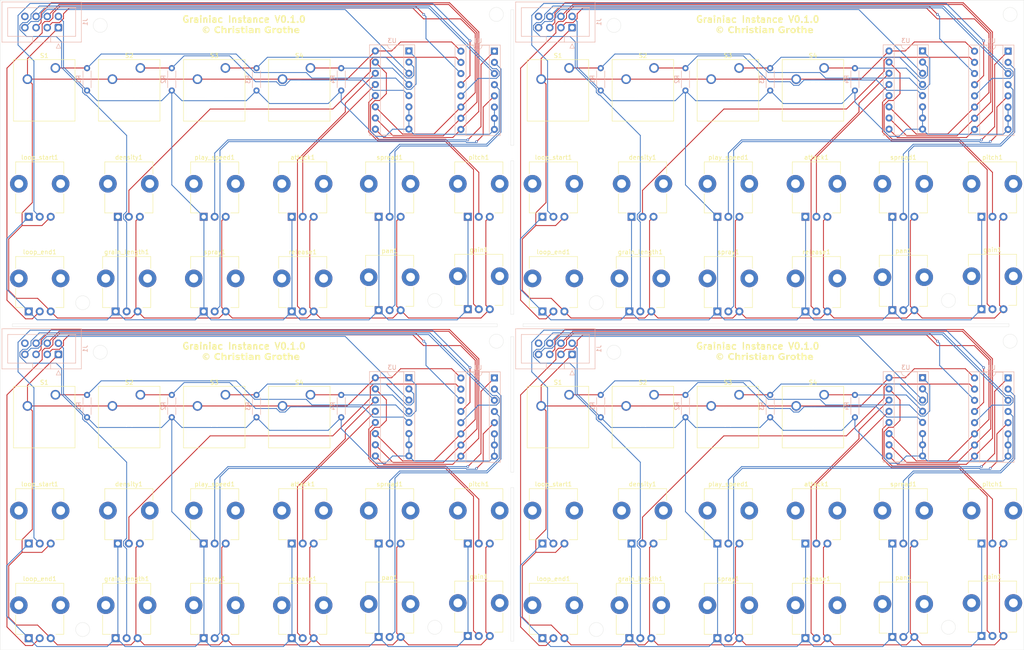
<source format=kicad_pcb>
(kicad_pcb (version 20240108) (generator "pcbnew") (generator_version "8.0")
  (layers (0 "F.Cu" signal) (31 "B.Cu" signal) (34 "B.Paste" user) (35 "F.Paste" user) (36 "B.SilkS" user "B.Silkscreen") (37 "F.SilkS" user "F.Silkscreen") (38 "B.Mask" user) (39 "F.Mask" user) (44 "Edge.Cuts" user))
  (net 0 "")
  (net 1 "attack")
  (net 2 "GND")
  (net 3 "+3.3V")
  (net 4 "density")
  (net 5 "gain")
  (net 6 "grain_dir")
  (net 7 "grain_length")
  (net 8 "hold")
  (net 9 "loop_end")
  (net 10 "loop_start")
  (net 11 "pan")
  (net 12 "pitch")
  (net 13 "play_dir")
  (net 14 "play_speed")
  (net 15 "record")
  (net 16 "release")
  (net 17 "spray")
  (net 18 "spread")
  (net 19 "S1")
  (net 20 "S0")
  (net 21 "S2")
  (net 22 "mux_1")
  (net 23 "mux_2")
  (footprint "Potentiometer_THT:Potentiometer_TT_P0915N" (layer "F.Cu") (at 176.25 158.665)
    (property "Reference" "spray1")
    (property "Value" "~" (hide yes))
  )
  (footprint "Potentiometer_THT:Potentiometer_TT_P0915N" (layer "F.Cu") (at 216 158.39)
    (property "Reference" "pan1")
    (property "Value" "~" (hide yes))
  )
  (footprint "Button_Switch_Keyboard:SW_Cherry_MX_1.00u_PCB" (layer "F.Cu") (at 200.51 29.12)
    (property "Reference" "S4")
    (property "Value" "Grain Dir")
  )
  (footprint "Potentiometer_THT:Potentiometer_TT_P0915N" (layer "F.Cu") (at 119.55 83.925)
    (property "Reference" "gain1")
    (property "Value" "~" (hide yes))
  )
  (footprint "Potentiometer_THT:Potentiometer_TT_P0915N" (layer "F.Cu") (at 39.55 158.665)
    (property "Reference" "grain_length1")
    (property "Value" "~" (hide yes))
  )
  (footprint "Potentiometer_THT:Potentiometer_TT_P0915N" (layer "F.Cu") (at 156.75 137.165)
    (property "Reference" "density1")
    (property "Value" "~" (hide yes))
  )
  (footprint "Button_Switch_Keyboard:SW_Cherry_MX_1.00u_PCB" (layer "F.Cu") (at 161.87 103.36)
    (property "Reference" "S2")
    (property "Value" "Hold")
  )
  (footprint "Potentiometer_THT:Potentiometer_TT_P0915N" (layer "F.Cu") (at 236.25 137.165)
    (property "Reference" "pitch1")
    (property "Value" "~" (hide yes))
  )
  (footprint "Potentiometer_THT:Potentiometer_TT_P0915N" (layer "F.Cu") (at 79.55 84.425)
    (property "Reference" "release1")
    (property "Value" "~" (hide yes))
  )
  (footprint "Potentiometer_THT:Potentiometer_TT_P0915N" (layer "F.Cu") (at 176.25 137.165)
    (property "Reference" "play_speed1")
    (property "Value" "~" (hide yes))
  )
  (footprint "Potentiometer_THT:Potentiometer_TT_P0915N" (layer "F.Cu") (at 196.25 62.925)
    (property "Reference" "attack1")
    (property "Value" "~" (hide yes))
  )
  (footprint "Button_Switch_Keyboard:SW_Cherry_MX_1.00u_PCB" (layer "F.Cu") (at 64.49 103.36)
    (property "Reference" "S3")
    (property "Value" "Play Dir")
  )
  (footprint "Potentiometer_THT:Potentiometer_TT_P0915N" (layer "F.Cu") (at 136.5 158.665)
    (property "Reference" "loop_end1")
    (property "Value" "~" (hide yes))
  )
  (footprint "Button_Switch_Keyboard:SW_Cherry_MX_1.00u_PCB" (layer "F.Cu") (at 161.87 29.12)
    (property "Reference" "S2")
    (property "Value" "Hold")
  )
  (footprint "Potentiometer_THT:Potentiometer_TT_P0915N" (layer "F.Cu") (at 99.3 62.925)
    (property "Reference" "spread1")
    (property "Value" "~" (hide yes))
  )
  (footprint "Button_Switch_Keyboard:SW_Cherry_MX_1.00u_PCB" (layer "F.Cu") (at 64.49 29.12)
    (property "Reference" "S3")
    (property "Value" "Play Dir")
  )
  (footprint "Potentiometer_THT:Potentiometer_TT_P0915N" (layer "F.Cu") (at 236.25 158.165)
    (property "Reference" "gain1")
    (property "Value" "~" (hide yes))
  )
  (footprint "Potentiometer_THT:Potentiometer_TT_P0915N" (layer "F.Cu") (at 196.25 137.165)
    (property "Reference" "attack1")
    (property "Value" "~" (hide yes))
  )
  (footprint "Potentiometer_THT:Potentiometer_TT_P0915N" (layer "F.Cu") (at 99.3 158.39)
    (property "Reference" "pan1")
    (property "Value" "~" (hide yes))
  )
  (footprint "Potentiometer_THT:Potentiometer_TT_P0915N" (layer "F.Cu") (at 196.25 158.665)
    (property "Reference" "release1")
    (property "Value" "~" (hide yes))
  )
  (footprint "Potentiometer_THT:Potentiometer_TT_P0915N" (layer "F.Cu") (at 176.25 84.425)
    (property "Reference" "spray1")
    (property "Value" "~" (hide yes))
  )
  (footprint "Potentiometer_THT:Potentiometer_TT_P0915N" (layer "F.Cu") (at 79.55 158.665)
    (property "Reference" "release1")
    (property "Value" "~" (hide yes))
  )
  (footprint "Potentiometer_THT:Potentiometer_TT_P0915N" (layer "F.Cu") (at 136.5 137.165)
    (property "Reference" "loop_start1")
    (property "Value" "~" (hide yes))
  )
  (footprint "Button_Switch_Keyboard:SW_Cherry_MX_1.00u_PCB" (layer "F.Cu") (at 83.81 29.12)
    (property "Reference" "S4")
    (property "Value" "Grain Dir")
  )
  (footprint "Potentiometer_THT:Potentiometer_TT_P0915N" (layer "F.Cu") (at 156.25 158.665)
    (property "Reference" "grain_length1")
    (property "Value" "~" (hide yes))
  )
  (footprint "Potentiometer_THT:Potentiometer_TT_P0915N" (layer "F.Cu") (at 156.25 84.425)
    (property "Reference" "grain_length1")
    (property "Value" "~" (hide yes))
  )
  (footprint "Button_Switch_Keyboard:SW_Cherry_MX_1.00u_PCB" (layer "F.Cu") (at 142.57 29.12)
    (property "Reference" "S1")
    (property "Value" "Record")
  )
  (footprint "Potentiometer_THT:Potentiometer_TT_P0915N" (layer "F.Cu") (at 156.75 62.925)
    (property "Reference" "density1")
    (property "Value" "~" (hide yes))
  )
  (footprint "Button_Switch_Keyboard:SW_Cherry_MX_1.00u_PCB" (layer "F.Cu") (at 25.87 103.36)
    (property "Reference" "S1")
    (property "Value" "Record")
  )
  (footprint "Potentiometer_THT:Potentiometer_TT_P0915N" (layer "F.Cu") (at 196.25 84.425)
    (property "Reference" "release1")
    (property "Value" "~" (hide yes))
  )
  (footprint "Button_Switch_Keyboard:SW_Cherry_MX_1.00u_PCB" (layer "F.Cu") (at 25.87 29.12)
    (property "Reference" "S1")
    (property "Value" "Record")
  )
  (footprint "Potentiometer_THT:Potentiometer_TT_P0915N" (layer "F.Cu") (at 119.55 137.165)
    (property "Reference" "pitch1")
    (property "Value" "~" (hide yes))
  )
  (footprint "Potentiometer_THT:Potentiometer_TT_P0915N" (layer "F.Cu") (at 176.25 62.925)
    (property "Reference" "play_speed1")
    (property "Value" "~" (hide yes))
  )
  (footprint "Potentiometer_THT:Potentiometer_TT_P0915N" (layer "F.Cu") (at 79.55 62.925)
    (property "Reference" "attack1")
    (property "Value" "~" (hide yes))
  )
  (footprint "Potentiometer_THT:Potentiometer_TT_P0915N" (layer "F.Cu") (at 19.8 84.425)
    (property "Reference" "loop_end1")
    (property "Value" "~" (hide yes))
  )
  (footprint "Button_Switch_Keyboard:SW_Cherry_MX_1.00u_PCB" (layer "F.Cu") (at 45.17 103.36)
    (property "Reference" "S2")
    (property "Value" "Hold")
  )
  (footprint "Button_Switch_Keyboard:SW_Cherry_MX_1.00u_PCB" (layer "F.Cu") (at 83.81 103.36)
    (property "Reference" "S4")
    (property "Value" "Grain Dir")
  )
  (footprint "Potentiometer_THT:Potentiometer_TT_P0915N" (layer "F.Cu") (at 19.8 158.665)
    (property "Reference" "loop_end1")
    (property "Value" "~" (hide yes))
  )
  (footprint "Potentiometer_THT:Potentiometer_TT_P0915N" (layer "F.Cu") (at 40.05 137.165)
    (property "Reference" "density1")
    (property "Value" "~" (hide yes))
  )
  (footprint "Potentiometer_THT:Potentiometer_TT_P0915N" (layer "F.Cu") (at 119.55 62.925)
    (property "Reference" "pitch1")
    (property "Value" "~" (hide yes))
  )
  (footprint "Potentiometer_THT:Potentiometer_TT_P0915N" (layer "F.Cu") (at 59.55 62.925)
    (property "Reference" "play_speed1")
    (property "Value" "~" (hide yes))
  )
  (footprint "Potentiometer_THT:Potentiometer_TT_P0915N" (layer "F.Cu") (at 19.8 62.925)
    (property "Reference" "loop_start1")
    (property "Value" "~" (hide yes))
  )
  (footprint "Button_Switch_Keyboard:SW_Cherry_MX_1.00u_PCB" (layer "F.Cu") (at 200.51 103.36)
    (property "Reference" "S4")
    (property "Value" "Grain Dir")
  )
  (footprint "Potentiometer_THT:Potentiometer_TT_P0915N" (layer "F.Cu") (at 59.55 84.425)
    (property "Reference" "spray1")
    (property "Value" "~" (hide yes))
  )
  (footprint "Potentiometer_THT:Potentiometer_TT_P0915N" (layer "F.Cu") (at 216 84.15)
    (property "Reference" "pan1")
    (property "Value" "~" (hide yes))
  )
  (footprint "Button_Switch_Keyboard:SW_Cherry_MX_1.00u_PCB" (layer "F.Cu") (at 181.19 103.36)
    (property "Reference" "S3")
    (property "Value" "Play Dir")
  )
  (footprint "Potentiometer_THT:Potentiometer_TT_P0915N" (layer "F.Cu") (at 19.8 137.165)
    (property "Reference" "loop_start1")
    (property "Value" "~" (hide yes))
  )
  (footprint "Button_Switch_Keyboard:SW_Cherry_MX_1.00u_PCB" (layer "F.Cu") (at 142.57 103.36)
    (property "Reference" "S1")
    (property "Value" "Record")
  )
  (footprint "Potentiometer_THT:Potentiometer_TT_P0915N" (layer "F.Cu") (at 236.25 83.925)
    (property "Reference" "gain1")
    (property "Value" "~" (hide yes))
  )
  (footprint "Button_Switch_Keyboard:SW_Cherry_MX_1.00u_PCB" (layer "F.Cu") (at 45.17 29.12)
    (property "Reference" "S2")
    (property "Value" "Hold")
  )
  (footprint "Potentiometer_THT:Potentiometer_TT_P0915N" (layer "F.Cu") (at 59.55 158.665)
    (property "Reference" "spray1")
    (property "Value" "~" (hide yes))
  )
  (footprint "Potentiometer_THT:Potentiometer_TT_P0915N" (layer "F.Cu") (at 136.5 62.925)
    (property "Reference" "loop_start1")
    (property "Value" "~" (hide yes))
  )
  (footprint "Potentiometer_THT:Potentiometer_TT_P0915N" (layer "F.Cu") (at 119.55 158.165)
    (property "Reference" "gain1")
    (property "Value" "~" (hide yes))
  )
  (footprint "Potentiometer_THT:Potentiometer_TT_P0915N" (layer "F.Cu") (at 79.55 137.165)
    (property "Reference" "attack1")
    (property "Value" "~" (hide yes))
  )
  (footprint "Potentiometer_THT:Potentiometer_TT_P0915N" (layer "F.Cu") (at 39.55 84.425)
    (property "Reference" "grain_length1")
    (property "Value" "~" (hide yes))
  )
  (footprint "Potentiometer_THT:Potentiometer_TT_P0915N" (layer "F.Cu") (at 99.3 137.165)
    (property "Reference" "spread1")
    (property "Value" "~" (hide yes))
  )
  (footprint "Button_Switch_Keyboard:SW_Cherry_MX_1.00u_PCB" (layer "F.Cu") (at 181.19 29.12)
    (property "Reference" "S3")
    (property "Value" "Play Dir")
  )
  (footprint "Potentiometer_THT:Potentiometer_TT_P0915N" (layer "F.Cu") (at 40.05 62.925)
    (property "Reference" "density1")
    (property "Value" "~" (hide yes))
  )
  (footprint "Potentiometer_THT:Potentiometer_TT_P0915N" (layer "F.Cu") (at 99.3 84.15)
    (property "Reference" "pan1")
    (property "Value" "~" (hide yes))
  )
  (footprint "Potentiometer_THT:Potentiometer_TT_P0915N" (layer "F.Cu") (at 136.5 84.425)
    (property "Reference" "loop_end1")
    (property "Value" "~" (hide yes))
  )
  (footprint "Potentiometer_THT:Potentiometer_TT_P0915N" (layer "F.Cu") (at 216 137.165)
    (property "Reference" "spread1")
    (property "Value" "~" (hide yes))
  )
  (footprint "Potentiometer_THT:Potentiometer_TT_P0915N" (layer "F.Cu") (at 59.55 137.165)
    (property "Reference" "play_speed1")
    (property "Value" "~" (hide yes))
  )
  (footprint "Potentiometer_THT:Potentiometer_TT_P0915N" (layer "F.Cu") (at 236.25 62.925)
    (property "Reference" "pitch1")
    (property "Value" "~" (hide yes))
  )
  (footprint "Potentiometer_THT:Potentiometer_TT_P0915N" (layer "F.Cu") (at 216 62.925)
    (property "Reference" "spread1")
    (property "Value" "~" (hide yes))
  )
  (footprint "Resistor_THT:R_Axial_DIN0204_L3.6mm_D1.6mm_P5.08mm_Horizontal" (layer "B.Cu") (at 188.25 103.4 -90)
    (property "Reference" "R3")
    (property "Value" "1.5K")
  )
  (footprint "Connector_IDC:IDC-Header_2x04_P2.54mm_Vertical" (layer "B.Cu") (at 26.55 19.95 90)
    (property "Reference" "J1")
    (property "Value" "Conn_01x08_Pin")
  )
  (footprint "Resistor_THT:R_Axial_DIN0204_L3.6mm_D1.6mm_P5.08mm_Horizontal" (layer "B.Cu") (at 207.5 29.16 -90)
    (property "Reference" "R4")
    (property "Value" "1.5K")
  )
  (footprint "Package_DIP:DIP-16_W7.62mm_Socket" (layer "B.Cu") (at 222.87 25.25 180)
    (property "Reference" "U3")
    (property "Value" "4051")
  )
  (footprint "Connector_IDC:IDC-Header_2x04_P2.54mm_Vertical" (layer "B.Cu") (at 143.25 94.19 90)
    (property "Reference" "J1")
    (property "Value" "Conn_01x08_Pin")
  )
  (footprint "Package_DIP:DIP-16_W7.62mm_Socket" (layer "B.Cu") (at 222.87 99.49 180)
    (property "Reference" "U3")
    (property "Value" "4051")
  )
  (footprint "Connector_IDC:IDC-Header_2x04_P2.54mm_Vertical" (layer "B.Cu") (at 26.55 94.19 90)
    (property "Reference" "J1")
    (property "Value" "Conn_01x08_Pin")
  )
  (footprint "Package_DIP:DIP-16_W7.62mm_Socket" (layer "B.Cu") (at 106.17 25.25 180)
    (property "Reference" "U3")
    (property "Value" "4051")
  )
  (footprint "Package_DIP:DIP-16_W7.62mm_Socket" (layer "B.Cu") (at 242.3 25.3 180)
    (property "Reference" "U1")
    (property "Value" "4051")
  )
  (footprint "Resistor_THT:R_Axial_DIN0204_L3.6mm_D1.6mm_P5.08mm_Horizontal" (layer "B.Cu") (at 169 29.16 -90)
    (property "Reference" "R2")
    (property "Value" "1.5K")
  )
  (footprint "Resistor_THT:R_Axial_DIN0204_L3.6mm_D1.6mm_P5.08mm_Horizontal" (layer "B.Cu") (at 169 103.4 -90)
    (property "Reference" "R2")
    (property "Value" "1.5K")
  )
  (footprint "Resistor_THT:R_Axial_DIN0204_L3.6mm_D1.6mm_P5.08mm_Horizontal" (layer "B.Cu") (at 52.3 103.4 -90)
    (property "Reference" "R2")
    (property "Value" "1.5K")
  )
  (footprint "Package_DIP:DIP-16_W7.62mm_Socket" (layer "B.Cu") (at 106.17 99.49 180)
    (property "Reference" "U3")
    (property "Value" "4051")
  )
  (footprint "Package_DIP:DIP-16_W7.62mm_Socket" (layer "B.Cu") (at 242.3 99.54 180)
    (property "Reference" "U1")
    (property "Value" "4051")
  )
  (footprint "Resistor_THT:R_Axial_DIN0204_L3.6mm_D1.6mm_P5.08mm_Horizontal" (layer "B.Cu") (at 33.05 103.4 -90)
    (property "Reference" "R1")
    (property "Value" "1.5K")
  )
  (footprint "Resistor_THT:R_Axial_DIN0204_L3.6mm_D1.6mm_P5.08mm_Horizontal" (layer "B.Cu") (at 149.75 103.4 -90)
    (property "Reference" "R1")
    (property "Value" "1.5K")
  )
  (footprint "Resistor_THT:R_Axial_DIN0204_L3.6mm_D1.6mm_P5.08mm_Horizontal" (layer "B.Cu") (at 33.05 29.16 -90)
    (property "Reference" "R1")
    (property "Value" "1.5K")
  )
  (footprint "Resistor_THT:R_Axial_DIN0204_L3.6mm_D1.6mm_P5.08mm_Horizontal" (layer "B.Cu") (at 188.25 29.16 -90)
    (property "Reference" "R3")
    (property "Value" "1.5K")
  )
  (footprint "Package_DIP:DIP-16_W7.62mm_Socket" (layer "B.Cu") (at 125.6 99.54 180)
    (property "Reference" "U1")
    (property "Value" "4051")
  )
  (footprint "Resistor_THT:R_Axial_DIN0204_L3.6mm_D1.6mm_P5.08mm_Horizontal" (layer "B.Cu") (at 71.55 29.16 -90)
    (property "Reference" "R3")
    (property "Value" "1.5K")
  )
  (footprint "Resistor_THT:R_Axial_DIN0204_L3.6mm_D1.6mm_P5.08mm_Horizontal" (layer "B.Cu") (at 71.55 103.4 -90)
    (property "Reference" "R3")
    (property "Value" "1.5K")
  )
  (footprint "Connector_IDC:IDC-Header_2x04_P2.54mm_Vertical" (layer "B.Cu") (at 143.25 19.95 90)
    (property "Reference" "J1")
    (property "Value" "Conn_01x08_Pin")
  )
  (footprint "Package_DIP:DIP-16_W7.62mm_Socket" (layer "B.Cu") (at 125.6 25.3 180)
    (property "Reference" "U1")
    (property "Value" "4051")
  )
  (footprint "Resistor_THT:R_Axial_DIN0204_L3.6mm_D1.6mm_P5.08mm_Horizontal" (layer "B.Cu") (at 149.75 29.16 -90)
    (property "Reference" "R1")
    (property "Value" "1.5K")
  )
  (footprint "Resistor_THT:R_Axial_DIN0204_L3.6mm_D1.6mm_P5.08mm_Horizontal" (layer "B.Cu") (at 52.3 29.16 -90)
    (property "Reference" "R2")
    (property "Value" "1.5K")
  )
  (footprint "Resistor_THT:R_Axial_DIN0204_L3.6mm_D1.6mm_P5.08mm_Horizontal" (layer "B.Cu") (at 90.8 29.16 -90)
    (property "Reference" "R4")
    (property "Value" "1.5K")
  )
  (footprint "Resistor_THT:R_Axial_DIN0204_L3.6mm_D1.6mm_P5.08mm_Horizontal" (layer "B.Cu") (at 90.8 103.4 -90)
    (property "Reference" "R4")
    (property "Value" "1.5K")
  )
  (footprint "Resistor_THT:R_Axial_DIN0204_L3.6mm_D1.6mm_P5.08mm_Horizontal" (layer "B.Cu") (at 207.5 103.4 -90)
    (property "Reference" "R4")
    (property "Value" "1.5K")
  )
  (gr_circle (center 148.75 156.69) (end 150.35 156.69) (stroke (width 0.05)) (fill none) (layer "Edge.Cuts"))
  (gr_circle (center 242.75 16.95) (end 244.35 16.95) (stroke (width 0.05)) (fill none) (layer "Edge.Cuts"))
  (gr_rect (start 132.1 87.2) (end 242.5 87.9) (stroke (width 0.05)) (fill none) (layer "Edge.Cuts"))
  (gr_rect (start 13.3 13.7) (end 245.9 161.3) (stroke (width 0.05)) (fill none) (layer "Edge.Cuts"))
  (gr_circle (center 32.05 82.45) (end 33.65 82.45) (stroke (width 0.05)) (fill none) (layer "Edge.Cuts"))
  (gr_circle (center 36.05 93.69) (end 37.65 93.69) (stroke (width 0.05)) (fill none) (layer "Edge.Cuts"))
  (gr_circle (center 112.05 156.19) (end 113.65 156.19) (stroke (width 0.05)) (fill none) (layer "Edge.Cuts"))
  (gr_circle (center 242.75 91.19) (end 244.35 91.19) (stroke (width 0.05)) (fill none) (layer "Edge.Cuts"))
  (gr_circle (center 148.75 82.45) (end 150.35 82.45) (stroke (width 0.05)) (fill none) (layer "Edge.Cuts"))
  (gr_circle (center 36.05 19.45) (end 37.65 19.45) (stroke (width 0.05)) (fill none) (layer "Edge.Cuts"))
  (gr_circle (center 152.75 93.69) (end 154.35 93.69) (stroke (width 0.05)) (fill none) (layer "Edge.Cuts"))
  (gr_circle (center 32.05 156.69) (end 33.65 156.69) (stroke (width 0.05)) (fill none) (layer "Edge.Cuts"))
  (gr_rect (start 129.3 124.44) (end 130 159.34) (stroke (width 0.05)) (fill none) (layer "Edge.Cuts"))
  (gr_circle (center 112.05 81.95) (end 113.65 81.95) (stroke (width 0.05)) (fill none) (layer "Edge.Cuts"))
  (gr_circle (center 126.05 16.95) (end 127.65 16.95) (stroke (width 0.05)) (fill none) (layer "Edge.Cuts"))
  (gr_rect (start 129.3 15.9) (end 130 46.7) (stroke (width 0.05)) (fill none) (layer "Edge.Cuts"))
  (gr_circle (center 152.75 19.45) (end 154.35 19.45) (stroke (width 0.05)) (fill none) (layer "Edge.Cuts"))
  (gr_rect (start 129.3 90.14) (end 130 120.94) (stroke (width 0.05)) (fill none) (layer "Edge.Cuts"))
  (gr_rect (start 129.3 50.2) (end 130 85.1) (stroke (width 0.05)) (fill none) (layer "Edge.Cuts"))
  (gr_circle (center 228.75 81.95) (end 230.35 81.95) (stroke (width 0.05)) (fill none) (layer "Edge.Cuts"))
  (gr_circle (center 228.75 156.19) (end 230.35 156.19) (stroke (width 0.05)) (fill none) (layer "Edge.Cuts"))
  (gr_rect (start 16.1 87.2) (end 126.235044 87.9) (stroke (width 0.05)) (fill none) (layer "Edge.Cuts"))
  (gr_circle (center 126.05 91.19) (end 127.65 91.19) (stroke (width 0.05)) (fill none) (layer "Edge.Cuts"))
  (gr_text "Grainiac Instance V0.1.0" (at 54.55 18.95 0) (layer "F.SilkS") (effects (font (size 1.5 1.5) (thickness 0.3) (bold yes)) (justify left bottom)))
  (gr_text "© Christian Grothe" (at 59.05 21.45 0) (layer "F.SilkS") (effects (font (size 1.5 1.5) (thickness 0.3) (bold yes)) (justify left bottom)))
  (gr_text "© Christian Grothe" (at 175.75 21.45 0) (layer "F.SilkS") (effects (font (size 1.5 1.5) (thickness 0.3) (bold yes)) (justify left bottom)))
  (gr_text "Grainiac Instance V0.1.0" (at 54.55 93.19 0) (layer "F.SilkS") (effects (font (size 1.5 1.5) (thickness 0.3) (bold yes)) (justify left bottom)))
  (gr_text "© Christian Grothe" (at 59.05 95.69 0) (layer "F.SilkS") (effects (font (size 1.5 1.5) (thickness 0.3) (bold yes)) (justify left bottom)))
  (gr_text "Grainiac Instance V0.1.0" (at 171.25 93.19 0) (layer "F.SilkS") (effects (font (size 1.5 1.5) (thickness 0.3) (bold yes)) (justify left bottom)))
  (gr_text "© Christian Grothe" (at 175.75 95.69 0) (layer "F.SilkS") (effects (font (size 1.5 1.5) (thickness 0.3) (bold yes)) (justify left bottom)))
  (gr_text "Grainiac Instance V0.1.0" (at 171.25 18.95 0) (layer "F.SilkS") (effects (font (size 1.5 1.5) (thickness 0.3) (bold yes)) (justify left bottom)))
  (segment (start 198.75 123.61) (end 215.25 107.11) (width 0.2) (layer "F.Cu") (net 1))
  (segment (start 82.05 137.165) (end 82.05 123.61) (width 0.2) (layer "F.Cu") (net 1))
  (segment (start 198.75 49.37) (end 215.25 32.87) (width 0.2) (layer "F.Cu") (net 1))
  (segment (start 82.05 123.61) (end 98.55 107.11) (width 0.2) (layer "F.Cu") (net 1))
  (segment (start 82.05 62.925) (end 82.05 49.37) (width 0.2) (layer "F.Cu") (net 1))
  (segment (start 82.05 49.37) (end 98.55 32.87) (width 0.2) (layer "F.Cu") (net 1))
  (segment (start 198.75 137.165) (end 198.75 123.61) (width 0.2) (layer "F.Cu") (net 1))
  (segment (start 198.75 62.925) (end 198.75 49.37) (width 0.2) (layer "F.Cu") (net 1))
  (segment (start 59.6 158.615) (end 59.55 158.665) (width 0.2) (layer "B.Cu") (net 2))
  (segment (start 236.25 137.165) (end 236.3 137.215) (width 0.2) (layer "B.Cu") (net 2))
  (segment (start 224.02 118.42) (end 222.87 117.27) (width 0.2) (layer "B.Cu") (net 2))
  (segment (start 196.3 62.975) (end 196.3 84.375) (width 0.2) (layer "B.Cu") (net 2))
  (segment (start 14.8 153.665) (end 19.8 158.665) (width 0.2) (layer "B.Cu") (net 2))
  (segment (start 242.3 117.32) (end 241.2 118.42) (width 0.2) (layer "B.Cu") (net 2))
  (segment (start 156.5 158.665) (end 158.4 160.565) (width 0.2) (layer "B.Cu") (net 2))
  (segment (start 99.35 137.215) (end 99.35 158.34) (width 0.2) (layer "B.Cu") (net 2))
  (segment (start 236.25 62.925) (end 236.3 62.975) (width 0.2) (layer "B.Cu") (net 2))
  (segment (start 194.35 160.565) (end 196.25 158.665) (width 0.2) (layer "B.Cu") (net 2))
  (segment (start 107.32 44.18) (end 106.17 43.03) (width 0.2) (layer "B.Cu") (net 2))
  (segment (start 196.25 158.665) (end 198.15 160.565) (width 0.2) (layer "B.Cu") (net 2))
  (segment (start 198.15 160.565) (end 213.825 160.565) (width 0.2) (layer "B.Cu") (net 2))
  (segment (start 54.61 36.55) (end 69.24 36.55) (width 0.2) (layer "B.Cu") (net 2))
  (segment (start 158.4 160.565) (end 174.35 160.565) (width 0.2) (layer "B.Cu") (net 2))
  (segment (start 176.25 158.665) (end 176.25 158.915) (width 0.2) (layer "B.Cu") (net 2))
  (segment (start 102.47 117.27) (end 106.17 117.27) (width 0.2) (layer "B.Cu") (net 2))
  (segment (start 216 158.39) (end 218.175 160.565) (width 0.2) (layer "B.Cu") (net 2))
  (segment (start 117.15 160.565) (end 119.55 158.165) (width 0.2) (layer "B.Cu") (net 2))
  (segment (start 33.05 34.24) (end 27.7 28.89) (width 0.2) (layer "B.Cu") (net 2))
  (segment (start 59.6 62.975) (end 59.6 84.375) (width 0.2) (layer "B.Cu") (net 2))
  (segment (start 79.6 84.375) (end 79.55 84.425) (width 0.2) (layer "B.Cu") (net 2))
  (segment (start 236.3 62.975) (end 236.3 83.875) (width 0.2) (layer "B.Cu") (net 2))
  (segment (start 81.45 86.325) (end 97.125 86.325) (width 0.2) (layer "B.Cu") (net 2))
  (segment (start 169 108.48) (end 171.31 110.79) (width 0.2) (layer "B.Cu") (net 2))
  (segment (start 169 34.24) (end 171.31 36.55) (width 0.2) (layer "B.Cu") (net 2))
  (segment (start 204.54 111.44) (end 207.5 108.48) (width 0.2) (layer "B.Cu") (net 2))
  (segment (start 152.06 36.55) (end 166.69 36.55) (width 0.2) (layer "B.Cu") (net 2))
  (segment (start 99.3 158.39) (end 101.475 160.565) (width 0.2) (layer "B.Cu") (net 2))
  (segment (start 49.99 110.79) (end 52.3 108.48) (width 0.2) (layer "B.Cu") (net 2))
  (segment (start 124.5 44.18) (end 107.32 44.18) (width 0.2) (layer "B.Cu") (net 2))
  (segment (start 33.05 108.48) (end 27.7 103.13) (width 0.2) (layer "B.Cu") (net 2))
  (segment (start 27.7 28.89) (end 27.7 18.56) (width 0.2) (layer "B.Cu") (net 2))
  (segment (start 176.25 62.925) (end 169 55.675) (width 0.2) (layer "B.Cu") (net 2))
  (segment (start 125.6 38) (end 125.6 43.08) (width 0.2) (layer "B.Cu") (net 2))
  (segment (start 144.4 92.8) (end 143.25 91.65) (width 0.2) (layer "B.Cu") (net 2))
  (segment (start 125.6 43.08) (end 124.5 44.18) (width 0.2) (layer "B.Cu") (net 2))
  (segment (start 131.5 153.665) (end 136.5 158.665) (width 0.2) (layer "B.Cu") (net 2))
  (segment (start 107.32 118.42) (end 106.17 117.27) (width 0.2) (layer "B.Cu") (net 2))
  (segment (start 207.5 111.075635) (end 215.364365 118.94) (width 0.2) (layer "B.Cu") (net 2))
  (segment (start 233.85 86.325) (end 236.25 83.925) (width 0.2) (layer "B.Cu") (net 2))
  (segment (start 217.5 44.7) (end 219.17 43.03) (width 0.2) (layer "B.Cu") (net 2))
  (segment (start 79.55 62.925) (end 79.6 62.975) (width 0.2) (layer "B.Cu") (net 2))
  (segment (start 98.664365 118.94) (end 100.8 118.94) (width 0.2) (layer "B.Cu") (net 2))
  (segment (start 101.475 160.565) (end 117.15 160.565) (width 0.2) (layer "B.Cu") (net 2))
  (segment (start 169 129.915) (end 169 108.48) (width 0.2) (layer "B.Cu") (net 2))
  (segment (start 74.51 111.44) (end 87.84 111.44) (width 0.2) (layer "B.Cu") (net 2))
  (segment (start 236.3 83.875) (end 236.25 83.925) (width 0.2) (layer "B.Cu") (net 2))
  (segment (start 90.8 34.24) (end 90.8 36.835635) (width 0.2) (layer "B.Cu") (net 2))
  (segment (start 156.25 84.425) (end 156.5 84.425) (width 0.2) (layer "B.Cu") (net 2))
  (segment (start 77.65 86.325) (end 79.55 84.425) (width 0.2) (layer "B.Cu") (net 2))
  (segment (start 97.125 160.565) (end 99.3 158.39) (width 0.2) (layer "B.Cu") (net 2))
  (segment (start 40.05 158.165) (end 39.55 158.665) (width 0.2) (layer "B.Cu") (net 2))
  (segment (start 176.25 84.675) (end 177.9 86.325) (width 0.2) (layer "B.Cu") (net 2))
  (segment (start 77.65 160.565) (end 79.55 158.665) (width 0.2) (layer "B.Cu") (net 2))
  (segment (start 224.02 44.18) (end 222.87 43.03) (width 0.2) (layer "B.Cu") (net 2))
  (segment (start 40.05 137.165) (end 40.05 158.165) (width 0.2) (layer "B.Cu") (net 2))
  (segment (start 131.5 142.165) (end 131.5 153.665) (width 0.2) (layer "B.Cu") (net 2))
  (segment (start 59.55 137.165) (end 59.6 137.215) (width 0.2) (layer "B.Cu") (net 2))
  (segment (start 97.125 86.325) (end 99.3 84.15) (width 0.2) (layer "B.Cu") (net 2))
  (segment (start 196.3 137.215) (end 196.3 158.615) (width 0.2) (layer "B.Cu") (net 2))
  (segment (start 54.61 110.79) (end 69.24 110.79) (width 0.2) (layer "B.Cu") (net 2))
  (segment (start 216 62.925) (end 216.05 62.975) (width 0.2) (layer "B.Cu") (net 2))
  (segment (start 174.35 160.565) (end 176.25 158.665) (width 0.2) (layer "B.Cu") (net 2))
  (segment (start 79.55 84.425) (end 81.45 86.325) (width 0.2) (layer "B.Cu") (net 2))
  (segment (start 215.364365 44.7) (end 217.5 44.7) (width 0.2) (layer "B.Cu") (net 2))
  (segment (start 59.55 84.425) (end 59.55 84.675) (width 0.2) (layer "B.Cu") (net 2))
  (segment (start 39.55 84.425) (end 39.8 84.425) (width 0.2) (layer "B.Cu") (net 2))
  (segment (start 154.35 160.565) (end 156.25 158.665) (width 0.2) (layer "B.Cu") (net 2))
  (segment (start 156.75 83.925) (end 156.25 84.425) (width 0.2) (layer "B.Cu") (net 2))
  (segment (start 176.25 137.165) (end 176.3 137.215) (width 0.2) (layer "B.Cu") (net 2))
  (segment (start 35.36 110.79) (end 49.99 110.79) (width 0.2) (layer "B.Cu") (net 2))
  (segment (start 138.4 86.325) (end 154.35 86.325) (width 0.2) (layer "B.Cu") (net 2))
  (segment (start 79.6 137.215) (end 79.6 158.615) (width 0.2) (layer "B.Cu") (net 2))
  (segment (start 79.6 158.615) (end 79.55 158.665) (width 0.2) (layer "B.Cu") (net 2))
  (segment (start 191.21 37.2) (end 204.54 37.2) (width 0.2) (layer "B.Cu") (net 2))
  (segment (start 119.6 62.975) (end 119.6 83.875) (width 0.2) (layer "B.Cu") (net 2))
  (segment (start 196.3 84.375) (end 196.25 84.425) (width 0.2) (layer "B.Cu") (net 2))
  (segment (start 207.5 108.48) (end 207.5 111.075635) (width 0.2) (layer "B.Cu") (net 2))
  (segment (start 215.364365 118.94) (end 217.5 118.94) (width 0.2) (layer "B.Cu") (net 2))
  (segment (start 79.55 137.165) (end 79.6 137.215) (width 0.2) (layer "B.Cu") (net 2))
  (segment (start 100.8 118.94) (end 102.47 117.27) (width 0.2) (layer "B.Cu") (net 2))
  (segment (start 171.31 110.79) (end 185.94 110.79) (width 0.2) (layer "B.Cu") (net 2))
  (segment (start 236.3 137.215) (end 236.3 158.115) (width 0.2) (layer "B.Cu") (net 2))
  (segment (start 52.3 108.48) (end 54.61 110.79) (width 0.2) (layer "B.Cu") (net 2))
  (segment (start 99.35 62.975) (end 99.35 84.1) (width 0.2) (layer "B.Cu") (net 2))
  (segment (start 213.825 86.325) (end 216 84.15) (width 0.2) (layer "B.Cu") (net 2))
  (segment (start 166.69 110.79) (end 169 108.48) (width 0.2) (layer "B.Cu") (net 2))
  (segment (start 35.36 36.55) (end 49.99 36.55) (width 0.2) (layer "B.Cu") (net 2))
  (segment (start 176.3 137.215) (end 176.3 158.615) (width 0.2) (layer "B.Cu") (net 2))
  (segment (start 57.65 160.565) (end 59.55 158.665) (width 0.2) (layer "B.Cu") (net 2))
  (segment (start 196.25 62.925) (end 196.3 62.975) (width 0.2) (layer "B.Cu") (net 2))
  (segment (start 119.55 62.925) (end 119.6 62.975) (width 0.2) (layer "B.Cu") (net 2))
  (segment (start 156.5 84.425) (end 158.4 86.325) (width 0.2) (layer "B.Cu") (net 2))
  (segment (start 191.21 111.44) (end 204.54 111.44) (width 0.2) (layer "B.Cu") (net 2))
  (segment (start 196.3 158.615) (end 196.25 158.665) (width 0.2) (layer "B.Cu") (net 2))
  (segment (start 156.75 158.165) (end 156.25 158.665) (width 0.2) (layer "B.Cu") (net 2))
  (segment (start 71.55 34.24) (end 74.51 37.2) (width 0.2) (layer "B.Cu") (net 2))
  (segment (start 154.35 86.325) (end 156.25 84.425) (width 0.2) (layer "B.Cu") (net 2))
  (segment (start 131.5 67.925) (end 131.5 79.425) (width 0.2) (layer "B.Cu") (net 2))
  (segment (start 216.05 137.215) (end 216.05 158.34) (width 0.2) (layer "B.Cu") (net 2))
  (segment (start 39.55 158.665) (end 39.8 158.665) (width 0.2) (layer "B.Cu") (net 2))
  (segment (start 218.175 160.565) (end 233.85 160.565) (width 0.2) (layer "B.Cu") (net 2))
  (segment (start 59.6 84.375) (end 59.55 84.425) (width 0.2) (layer "B.Cu") (net 2))
  (segment (start 59.55 158.665) (end 59.55 158.915) (width 0.2) (layer "B.Cu") (net 2))
  (segment (start 119.6 137.215) (end 119.6 158.115) (width 0.2) (layer "B.Cu") (net 2))
  (segment (start 27.7 18.56) (end 26.55 17.41) (width 0.2) (layer "B.Cu") (net 2))
  (segment (start 218.175 86.325) (end 233.85 86.325) (width 0.2) (layer "B.Cu") (net 2))
  (segment (start 99.35 158.34) (end 99.3 158.39) (width 0.2) (layer "B.Cu") (net 2))
  (segment (start 198.15 86.325) (end 213.825 86.325) (width 0.2) (layer "B.Cu") (net 2))
  (segment (start 174.35 86.325) (end 176.25 84.425) (width 0.2) (layer "B.Cu") (net 2))
  (segment (start 136.5 84.425) (end 138.4 86.325) (width 0.2) (layer "B.Cu") (net 2))
  (segment (start 242.3 112.24) (end 242.3 117.32) (width 0.2) (layer "B.Cu") (net 2))
  (segment (start 233.85 160.565) (end 236.25 158.165) (width 0.2) (layer "B.Cu") (net 2))
  (segment (start 156.75 62.925) (end 156.75 83.925) (width 0.2) (layer "B.Cu") (net 2))
  (segment (start 216 84.15) (end 218.175 86.325) (width 0.2) (layer "B.Cu") (net 2))
  (segment (start 156.75 137.165) (end 156.75 158.165) (width 0.2) (layer "B.Cu") (net 2))
  (segment (start 241.2 44.18) (end 224.02 44.18) (width 0.2) (layer "B.Cu") (net 2))
  (segment (start 59.55 84.675) (end 61.2 86.325) (width 0.2) (layer "B.Cu") (net 2))
  (segment (start 138.4 160.565) (end 154.35 160.565) (width 0.2) (layer "B.Cu") (net 2))
  (segment (start 90.8 111.075635) (end 98.664365 118.94) (width 0.2) (layer "B.Cu") (net 2))
  (segment (start 101.475 86.325) (end 117.15 86.325) (width 0.2) (layer "B.Cu") (net 2))
  (segment (start 37.65 160.565) (end 39.55 158.665) (width 0.2) (layer "B.Cu") (net 2))
  (segment (start 185.94 110.79) (end 188.25 108.48) (width 0.2) (layer "B.Cu") (net 2))
  (segment (start 219.17 117.27) (end 222.87 117.27) (width 0.2) (layer "B.Cu") (net 2))
  (segment (start 14.8 142.165) (end 14.8 153.665) (width 0.2) (layer "B.Cu") (net 2))
  (segment (start 213.825 160.565) (end 216 158.39) (width 0.2) (layer "B.Cu") (net 2))
  (segment (start 241.2 118.42) (end 224.02 118.42) (width 0.2) (layer "B.Cu") (net 2))
  (segment (start 171.31 36.55) (end 185.94 36.55) (width 0.2) (layer "B.Cu") (net 2))
  (segment (start 40.05 62.925) (end 40.05 83.925) (width 0.2) (layer "B.Cu") (net 2))
  (segment (start 149.75 108.48) (end 144.4 103.13) (width 0.2) (layer "B.Cu") (net 2))
  (segment (start 100.8 44.7) (end 102.47 43.03) (width 0.2) (layer "B.Cu") (net 2))
  (segment (start 152.06 110.79) (end 166.69 110.79) (width 0.2) (layer "B.Cu") (net 2))
  (segment (start 41.7 86.325) (end 57.65 86.325) (width 0.2) (layer "B.Cu") (net 2))
  (segment (start 99.35 84.1) (end 99.3 84.15) (width 0.2) (layer "B.Cu") (net 2))
  (segment (start 204.54 37.2) (end 207.5 34.24) (width 0.2) (layer "B.Cu") (net 2))
  (segment (start 119.6 158.115) (end 119.55 158.165) (width 0.2) (layer "B.Cu") (net 2))
  (segment (start 19.8 158.665) (end 21.7 160.565) (width 0.2) (layer "B.Cu") (net 2))
  (segment (start 71.55 108.48) (end 74.51 111.44) (width 0.2) (layer "B.Cu") (net 2))
  (segment (start 21.7 86.325) (end 37.65 86.325) (width 0.2) (layer "B.Cu") (net 2))
  (segment (start 166.69 36.55) (end 169 34.24) (width 0.2) (layer "B.Cu") (net 2))
  (segment (start 90.8 36.835635) (end 98.664365 44.7) (width 0.2) (layer "B.Cu") (net 2))
  (segment (start 222.87 37.95) (end 222.87 43.03) (width 0.2) (layer "B.Cu") (net 2))
  (segment (start 59.6 137.215) (end 59.6 158.615) (width 0.2) (layer "B.Cu") (net 2))
  (segment (start 144.4 28.89) (end 144.4 18.56) (width 0.2) (layer "B.Cu") (net 2))
  (segment (start 90.8 108.48) (end 90.8 111.075635) (width 0.2) (layer "B.Cu") (net 2))
  (segment (start 49.99 36.55) (end 52.3 34.24) (width 0.2) (layer "B.Cu") (net 2))
  (segment (start 216.05 62.975) (end 216.05 84.1) (width 0.2) (layer "B.Cu") (net 2))
  (segment (start 156.25 158.665) (end 156.5 158.665) (width 0.2) (layer "B.Cu") (net 2))
  (segment (start 124.5 118.42) (end 107.32 118.42) (width 0.2) (layer "B.Cu") (net 2))
  (segment (start 102.47 43.03) (end 106.17 43.03) (width 0.2) (layer "B.Cu") (net 2))
  (segment (start 158.4 86.325) (end 174.35 86.325) (width 0.2) (layer "B.Cu") (net 2))
  (segment (start 242.3 38) (end 242.3 43.08) (width 0.2) (layer "B.Cu") (net 2))
  (segment (start 41.7 160.565) (end 57.65 160.565) (width 0.2) (layer "B.Cu") (net 2))
  (segment (start 98.664365 44.7) (end 100.8 44.7) (width 0.2) (layer "B.Cu") (net 2))
  (segment (start 74.51 37.2) (end 87.84 37.2) (width 0.2) (layer "B.Cu") (net 2))
  (segment (start 149.75 34.24) (end 152.06 36.55) (width 0.2) (layer "B.Cu") (net 2))
  (segment (start 61.2 160.565) (end 77.65 160.565) (width 0.2) (layer "B.Cu") (net 2))
  (segment (start 33.05 108.48) (end 35.36 110.79) (width 0.2) (layer "B.Cu") (net 2))
  (segment (start 176.25 84.425) (end 176.25 84.675) (width 0.2) (layer "B.Cu") (net 2))
  (segment (start 188.25 108.48) (end 191.21 111.44) (width 0.2) (layer "B.Cu") (net 2))
  (segment (start 194.35 86.325) (end 196.25 84.425) (width 0.2) (layer "B.Cu") (net 2))
  (segment (start 19.8 137.165) (end 14.8 142.165) (width 0.2) (layer "B.Cu") (net 2))
  (segment (start 106.17 112.19) (end 106.17 117.27) (width 0.2) (layer "B.Cu") (net 2))
  (segment (start 19.8 62.925) (end 14.8 67.925) (width 0.2) (layer "B.Cu") (net 2))
  (segment (start 52.3 55.675) (end 52.3 34.24) (width 0.2) (layer "B.Cu") (net 2))
  (segment (start 14.8 67.925) (end 14.8 79.425) (width 0.2) (layer "B.Cu") (net 2))
  (segment (start 61.2 86.325) (end 77.65 86.325) (width 0.2) (layer "B.Cu") (net 2))
  (segment (start 119.6 83.875) (end 119.55 83.925) (width 0.2) (layer "B.Cu") (net 2))
  (segment (start 27.7 103.13) (end 27.7 92.8) (width 0.2) (layer "B.Cu") (net 2))
  (segment (start 144.4 18.56) (end 143.25 17.41) (width 0.2) (layer "B.Cu") (net 2))
  (segment (start 57.65 86.325) (end 59.55 84.425) (width 0.2) (layer "B.Cu") (net 2))
  (segment (start 125.6 112.24) (end 125.6 117.32) (width 0.2) (layer "B.Cu") (net 2))
  (segment (start 149.75 108.48) (end 152.06 110.79) (width 0.2) (layer "B.Cu") (net 2))
  (segment (start 79.6 62.975) (end 79.6 84.375) (width 0.2) (layer "B.Cu") (net 2))
  (segment (start 21.7 160.565) (end 37.65 160.565) (width 0.2) (layer "B.Cu") (net 2))
  (segment (start 216 137.165) (end 216.05 137.215) (width 0.2) (layer "B.Cu") (net 2))
  (segment (start 196.25 137.165) (end 196.3 137.215) (width 0.2) (layer "B.Cu") (net 2))
  (segment (start 40.05 83.925) (end 39.55 84.425) (width 0.2) (layer "B.Cu") (net 2))
  (segment (start 219.17 43.03) (end 222.87 43.03) (width 0.2) (layer "B.Cu") (net 2))
  (segment (start 131.5 79.425) (end 136.5 84.425) (width 0.2) (layer "B.Cu") (net 2))
  (segment (start 59.55 62.925) (end 59.6 62.975) (width 0.2) (layer "B.Cu") (net 2))
  (segment (start 136.5 158.665) (end 138.4 160.565) (width 0.2) (layer "B.Cu") (net 2))
  (segment (start 185.94 36.55) (end 188.25 34.24) (width 0.2) (layer "B.Cu") (net 2))
  (segment (start 117.15 86.325) (end 119.55 83.925) (width 0.2) (layer "B.Cu") (net 2))
  (segment (start 216.05 158.34) (end 216 158.39) (width 0.2) (layer "B.Cu") (net 2))
  (segment (start 177.9 160.565) (end 194.35 160.565) (width 0.2) (layer "B.Cu") (net 2))
  (segment (start 222.87 112.19) (end 222.87 117.27) (width 0.2) (layer "B.Cu") (net 2))
  (segment (start 69.24 36.55) (end 71.55 34.24) (width 0.2) (layer "B.Cu") (net 2))
  (segment (start 14.8 79.425) (end 19.8 84.425) (width 0.2) (layer "B.Cu") (net 2))
  (segment (start 177.9 86.325) (end 194.35 86.325) (width 0.2) (layer "B.Cu") (net 2))
  (segment (start 176.25 62.925) (end 176.3 62.975) (width 0.2) (layer "B.Cu") (net 2))
  (segment (start 19.8 84.425) (end 21.7 86.325) (width 0.2) (layer "B.Cu") (net 2))
  (segment (start 176.3 62.975) (end 176.3 84.375) (width 0.2) (layer "B.Cu") (net 2))
  (segment (start 169 55.675) (end 169 34.24) (width 0.2) (layer "B.Cu") (net 2))
  (segment (start 119.55 137.165) (end 119.6 137.215) (width 0.2) (layer "B.Cu") (net 2))
  (segment (start 99.3 84.15) (end 101.475 86.325) (width 0.2) (layer "B.Cu") (net 2))
  (segment (start 207.5 36.835635) (end 215.364365 44.7) (width 0.2) (layer "B.Cu") (net 2))
  (segment (start 79.55 158.665) (end 81.45 160.565) (width 0.2) (layer "B.Cu") (net 2))
  (segment (start 176.25 137.165) (end 169 129.915) (width 0.2) (layer "B.Cu") (net 2))
  (segment (start 207.5 34.24) (end 207.5 36.835635) (width 0.2) (layer "B.Cu") (net 2))
  (segment (start 217.5 118.94) (end 219.17 117.27) (width 0.2) (layer "B.Cu") (net 2))
  (segment (start 106.17 37.95) (end 106.17 43.03) (width 0.2) (layer "B.Cu") (net 2))
  (segment (start 59.55 158.915) (end 61.2 160.565) (width 0.2) (layer "B.Cu") (net 2))
  (segment (start 87.84 111.44) (end 90.8 108.48) (width 0.2) (layer "B.Cu") (net 2))
  (segment (start 39.8 84.425) (end 41.7 86.325) (width 0.2) (layer "B.Cu") (net 2))
  (segment (start 176.3 158.615) (end 176.25 158.665) (width 0.2) (layer "B.Cu") (net 2))
  (segment (start 52.3 129.915) (end 52.3 108.48) (width 0.2) (layer "B.Cu") (net 2))
  (segment (start 33.05 34.24) (end 35.36 36.55) (width 0.2) (layer "B.Cu") (net 2))
  (segment (start 125.6 117.32) (end 124.5 118.42) (width 0.2) (layer "B.Cu") (net 2))
  (segment (start 196.25 84.425) (end 198.15 86.325) (width 0.2) (layer "B.Cu") (net 2))
  (segment (start 136.5 62.925) (end 131.5 67.925) (width 0.2) (layer "B.Cu") (net 2))
  (segment (start 188.25 34.24) (end 191.21 37.2) (width 0.2) (layer "B.Cu") (net 2))
  (segment (start 99.3 62.925) (end 99.35 62.975) (width 0.2) (layer "B.Cu") (net 2))
  (segment (start 144.4 103.13) (end 144.4 92.8) (width 0.2) (layer "B.Cu") (net 2))
  (segment (start 39.8 158.665) (end 41.7 160.565) (width 0.2) (layer "B.Cu") (net 2))
  (segment (start 242.3 43.08) (end 241.2 44.18) (width 0.2) (layer "B.Cu") (net 2))
  (segment (start 99.3 137.165) (end 99.35 137.215) (width 0.2) (layer "B.Cu") (net 2))
  (segment (start 69.24 110.79) (end 71.55 108.48) (width 0.2) (layer "B.Cu") (net 2))
  (segment (start 136.5 137.165) (end 131.5 142.165) (width 0.2) (layer "B.Cu") (net 2))
  (segment (start 52.3 34.24) (end 54.61 36.55) (width 0.2) (layer "B.Cu") (net 2))
  (segment (start 59.55 62.925) (end 52.3 55.675) (width 0.2) (layer "B.Cu") (net 2))
  (segment (start 37.65 86.325) (end 39.55 84.425) (width 0.2) (layer "B.Cu") (net 2))
  (segment (start 216.05 84.1) (end 216 84.15) (width 0.2) (layer "B.Cu") (net 2))
  (segment (start 176.3 84.375) (end 176.25 84.425) (width 0.2) (layer "B.Cu") (net 2))
  (segment (start 81.45 160.565) (end 97.125 160.565) (width 0.2) (layer "B.Cu") (net 2))
  (segment (start 149.75 34.24) (end 144.4 28.89) (width 0.2) (layer "B.Cu") (net 2))
  (segment (start 59.55 137.165) (end 52.3 129.915) (width 0.2) (layer "B.Cu") (net 2))
  (segment (start 176.25 158.915) (end 177.9 160.565) (width 0.2) (layer "B.Cu") (net 2))
  (segment (start 236.3 158.115) (end 236.25 158.165) (width 0.2) (layer "B.Cu") (net 2))
  (segment (start 87.84 37.2) (end 90.8 34.24) (width 0.2) (layer "B.Cu") (net 2))
  (segment (start 27.7 92.8) (end 26.55 91.65) (width 0.2) (layer "B.Cu") (net 2))
  (segment (start 221 137.165) (end 220.1 138.065) (width 0.2) (layer "F.Cu") (net 3))
  (segment (start 201.25 62.925) (end 200.35 63.825) (width 0.2) (layer "F.Cu") (net 3))
  (segment (start 181.25 62.925) (end 180.35 63.825) (width 0.2) (layer "F.Cu") (net 3))
  (segment (start 19.52 105.9) (end 38.82 105.9) (width 0.2) (layer "F.Cu") (net 3))
  (segment (start 194.16 31.66) (end 208.84 31.66) (width 0.2) (layer "F.Cu") (net 3))
  (segment (start 200.35 63.825) (end 200.35 83.525) (width 0.2) (layer "F.Cu") (net 3))
  (segment (start 180.35 83.525) (end 181.25 84.425) (width 0.2) (layer "F.Cu") (net 3))
  (segment (start 18.3 136.265) (end 18.3 139.165) (width 0.2) (layer "F.Cu") (net 3))
  (segment (start 83.05 160.165) (end 84.55 158.665) (width 0.2) (layer "F.Cu") (net 3))
  (segment (start 104.3 97.44) (end 102.25 99.49) (width 0.2) (layer "F.Cu") (net 3))
  (segment (start 17.05 155.69) (end 21.825 155.69) (width 0.2) (layer "F.Cu") (net 3))
  (segment (start 138.525 81.45) (end 141.5 84.425) (width 0.2) (layer "F.Cu") (net 3))
  (segment (start 19.52 31.66) (end 19.52 26.98) (width 0.2) (layer "F.Cu") (net 3))
  (segment (start 136.22 31.66) (end 137.319999 32.759999) (width 0.2) (layer "F.Cu") (net 3))
  (segment (start 21.825 155.69) (end 24.8 158.665) (width 0.2) (layer "F.Cu") (net 3))
  (segment (start 180.35 138.065) (end 180.35 157.765) (width 0.2) (layer "F.Cu") (net 3))
  (segment (start 155.52 105.9) (end 194.16 105.9) (width 0.2) (layer "F.Cu") (net 3))
  (segment (start 220.1 83.25) (end 221 84.15) (width 0.2) (layer "F.Cu") (net 3))
  (segment (start 17.05 81.45) (end 21.825 81.45) (width 0.2) (layer "F.Cu") (net 3))
  (segment (start 239.25 85.925) (end 241.25 83.925) (width 0.2) (layer "F.Cu") (net 3))
  (segment (start 66.05 85.925) (end 83.05 85.925) (width 0.2) (layer "F.Cu") (net 3))
  (segment (start 200.35 83.525) (end 201.25 84.425) (width 0.2) (layer "F.Cu") (net 3))
  (segment (start 218.95 99.49) (end 215.25 99.49) (width 0.2) (layer "F.Cu") (net 3))
  (segment (start 136.22 26.98) (end 143.25 19.95) (width 0.2) (layer "F.Cu") (net 3))
  (segment (start 83.65 83.525) (end 84.55 84.425) (width 0.2) (layer "F.Cu") (net 3))
  (segment (start 64.55 158.665) (end 66.05 160.165) (width 0.2) (layer "F.Cu") (net 3))
  (segment (start 44.55 84.425) (end 46.05 85.925) (width 0.2) (layer "F.Cu") (net 3))
  (segment (start 240.35 83.025) (end 241.25 83.925) (width 0.2) (layer "F.Cu") (net 3))
  (segment (start 135 64.925) (end 131.95 67.975) (width 0.2) (layer "F.Cu") (net 3))
  (segment (start 232.58 97.44) (end 221 97.44) (width 0.2) (layer "F.Cu") (net 3))
  (segment (start 44.15 138.065) (end 44.15 158.265) (width 0.2) (layer "F.Cu") (net 3))
  (segment (start 194.16 105.9) (end 208.84 105.9) (width 0.2) (layer "F.Cu") (net 3))
  (segment (start 20.619999 106.999999) (end 20.619999 133.945001) (width 0.2) (layer "F.Cu") (net 3))
  (segment (start 83.05 85.925) (end 84.55 84.425) (width 0.2) (layer "F.Cu") (net 3))
  (segment (start 141.5 62.925) (end 139.5 64.925) (width 0.2) (layer "F.Cu") (net 3))
  (segment (start 102.525 85.925) (end 104.3 84.15) (width 0.2) (layer "F.Cu") (net 3))
  (segment (start 240.35 63.825) (end 240.35 83.025) (width 0.2) (layer "F.Cu") (net 3))
  (segment (start 38.82 105.9) (end 77.46 105.9) (width 0.2) (layer "F.Cu") (net 3))
  (segment (start 84.55 62.925) (end 83.65 63.825) (width 0.2) (layer "F.Cu") (net 3))
  (segment (start 103.4 157.49) (end 104.3 158.39) (width 0.2) (layer "F.Cu") (net 3))
  (segment (start 19.52 31.66) (end 38.82 31.66) (width 0.2) (layer "F.Cu") (net 3))
  (segment (start 24.8 137.165) (end 22.8 139.165) (width 0.2) (layer "F.Cu") (net 3))
  (segment (start 234.68 25.3) (end 232.58 23.2) (width 0.2) (layer "F.Cu") (net 3))
  (segment (start 136.22 31.66) (end 136.22 26.98) (width 0.2) (layer "F.Cu") (net 3))
  (segment (start 160.85 63.825) (end 160.85 84.025) (width 0.2) (layer "F.Cu") (net 3))
  (segment (start 160.85 84.025) (end 161.25 84.425) (width 0.2) (layer "F.Cu") (net 3))
  (segment (start 221 158.39) (end 222.775 160.165) (width 0.2) (layer "F.Cu") (net 3))
  (segment (start 104.3 137.165) (end 103.4 138.065) (width 0.2) (layer "F.Cu") (net 3))
  (segment (start 160.85 158.265) (end 161.25 158.665) (width 0.2) (layer "F.Cu") (net 3))
  (segment (start 160.85 138.065) (end 160.85 158.265) (width 0.2) (layer "F.Cu") (net 3))
  (segment (start 162.75 85.925) (end 179.75 85.925) (width 0.2) (layer "F.Cu") (net 3))
  (segment (start 63.65 63.825) (end 63.65 83.525) (width 0.2) (layer "F.Cu") (net 3))
  (segment (start 103.4 63.825) (end 103.4 83.25) (width 0.2) (layer "F.Cu") (net 3))
  (segment (start 63.65 83.525) (end 64.55 84.425) (width 0.2) (layer "F.Cu") (net 3))
  (segment (start 19.52 26.98) (end 26.55 19.95) (width 0.2) (layer "F.Cu") (net 3))
  (segment (start 141.5 84.425) (end 143 85.925) (width 0.2) (layer "F.Cu") (net 3))
  (segment (start 161.25 84.425) (end 162.75 85.925) (width 0.2) (layer "F.Cu") (net 3))
  (segment (start 19.52 31.66) (end 20.619999 32.759999) (width 0.2) (layer "F.Cu") (net 3))
  (segment (start 106.075 85.925) (end 122.55 85.925) (width 0.2) (layer "F.Cu") (net 3))
  (segment (start 123.65 138.065) (end 123.65 157.265) (width 0.2) (layer "F.Cu") (net 3))
  (segment (start 63.05 160.165) (end 64.55 158.665) (width 0.2) (layer "F.Cu") (net 3))
  (segment (start 179.75 160.165) (end 181.25 158.665) (width 0.2) (layer "F.Cu") (net 3))
  (segment (start 19.52 101.22) (end 26.55 94.19) (width 0.2) (layer "F.Cu") (net 3))
  (segment (start 218.95 25.25) (end 215.25 25.25) (width 0.2) (layer "F.Cu") (net 3))
  (segment (start 45.05 137.165) (end 44.15 138.065) (width 0.2) (layer "F.Cu") (net 3))
  (segment (start 92.14 105.9) (end 98.55 99.49) (width 0.2) (layer "F.Cu") (net 3))
  (segment (start 139.5 139.165) (end 135 139.165) (width 0.2) (layer "F.Cu") (net 3))
  (segment (start 220.1 138.065) (end 220.1 157.49) (width 0.2) (layer "F.Cu") (net 3))
  (segment (start 122.55 85.925) (end 124.55 83.925) (width 0.2) (layer "F.Cu") (net 3))
  (segment (start 180.35 63.825) (end 180.35 83.525) (width 0.2) (layer "F.Cu") (net 3))
  (segment (start 44.15 63.825) (end 44.15 84.025) (width 0.2) (layer "F.Cu") (net 3))
  (segment (start 24.8 84.425) (end 26.3 85.925) (width 0.2) (layer "F.Cu") (net 3))
  (segment (start 104.3 158.39) (end 106.075 160.165) (width 0.2) (layer "F.Cu") (net 3))
  (segment (start 124.55 62.925) (end 123.65 63.825) (width 0.2) (layer "F.Cu") (net 3))
  (segment (start 21.825 81.45) (end 24.8 84.425) (width 0.2) (layer "F.Cu") (net 3))
  (segment (start 135 139.165) (end 131.95 142.215) (width 0.2) (layer "F.Cu") (net 3))
  (segment (start 232.58 23.2) (end 221 23.2) (width 0.2) (layer "F.Cu") (net 3))
  (segment (start 220.1 63.825) (end 220.1 83.25) (width 0.2) (layer "F.Cu") (net 3))
  (segment (start 86.05 85.925) (end 102.525 85.925) (width 0.2) (layer "F.Cu") (net 3))
  (segment (start 15.25 142.215) (end 15.25 153.89) (width 0.2) (layer "F.Cu") (net 3))
  (segment (start 18.3 64.925) (end 15.25 67.975) (width 0.2) (layer "F.Cu") (net 3))
  (segment (start 240.35 157.265) (end 241.25 158.165) (width 0.2) (layer "F.Cu") (net 3))
  (segment (start 135 62.025) (end 135 64.925) (width 0.2) (layer "F.Cu") (net 3))
  (segment (start 181.25 158.665) (end 182.75 160.165) (width 0.2) (layer "F.Cu") (net 3))
  (segment (start 202.75 85.925) (end 219.225 85.925) (width 0.2) (layer "F.Cu") (net 3))
  (segment (start 131.95 142.215) (end 131.95 153.89) (width 0.2) (layer "F.Cu") (net 3))
  (segment (start 44.15 158.265) (end 44.55 158.665) (width 0.2) (layer "F.Cu") (net 3))
  (segment (start 77.46 105.9) (end 92.14 105.9) (width 0.2) (layer "F.Cu") (net 3))
  (segment (start 133.75 155.69) (end 138.525 155.69) (width 0.2) (layer "F.Cu") (net 3))
  (segment (start 115.88 23.2) (end 104.3 23.2) (width 0.2) (layer "F.Cu") (net 3))
  (segment (start 102.525 160.165) (end 104.3 158.39) (width 0.2) (layer "F.Cu") (net 3))
  (segment (start 102.25 99.49) (end 98.55 99.49) (width 0.2) (layer "F.Cu") (net 3))
  (segment (start 199.75 85.925) (end 201.25 84.425) (width 0.2) (layer "F.Cu") (net 3))
  (segment (start 66.05 160.165) (end 83.05 160.165) (width 0.2) (layer "F.Cu") (net 3))
  (segment (start 104.3 84.15) (end 106.075 85.925) (width 0.2) (layer "F.Cu") (net 3))
  (segment (start 18.3 139.165) (end 15.25 142.215) (width 0.2) (layer "F.Cu") (net 3))
  (segment (start 124.55 137.165) (end 123.65 138.065) (width 0.2) (layer "F.Cu") (net 3))
  (segment (start 44.15 84.025) (end 44.55 84.425) (width 0.2) (layer "F.Cu") (net 3))
  (segment (start 201.25 84.425) (end 202.75 85.925) (width 0.2) (layer "F.Cu") (net 3))
  (segment (start 84.55 137.165) (end 83.65 138.065) (width 0.2) (layer "F.Cu") (net 3))
  (segment (start 64.55 84.425) (end 66.05 85.925) (width 0.2) (layer "F.Cu") (net 3))
  (segment (start 219.225 160.165) (end 221 158.39) (width 0.2) (layer "F.Cu") (net 3))
  (segment (start 141.5 137.165) (end 139.5 139.165) (width 0.2) (layer "F.Cu") (net 3))
  (segment (start 44.55 158.665) (end 46.05 160.165) (width 0.2) (layer "F.Cu") (net 3))
  (segment (start 43.05 160.165) (end 44.55 158.665) (width 0.2) (layer "F.Cu") (net 3))
  (segment (start 234.68 99.54) (end 232.58 97.44) (width 0.2) (layer "F.Cu") (net 3))
  (segment (start 24.8 158.665) (end 26.3 160.165) (width 0.2) (layer "F.Cu") (net 3))
  (segment (start 139.5 64.925) (end 135 64.925) (width 0.2) (layer "F.Cu") (net 3))
  (segment (start 92.14 31.66) (end 98.55 25.25) (width 0.2) (layer "F.Cu") (net 3))
  (segment (start 83.65 138.065) (end 83.65 157.765) (width 0.2) (layer "F.Cu") (net 3))
  (segment (start 201.25 158.665) (end 202.75 160.165) (width 0.2) (layer "F.Cu") (net 3))
  (segment (start 220.1 157.49) (end 221 158.39) (width 0.2) (layer "F.Cu") (net 3))
  (segment (start 200.35 138.065) (end 200.35 157.765) (width 0.2) (layer "F.Cu") (net 3))
  (segment (start 83.65 63.825) (end 83.65 83.525) (width 0.2) (layer "F.Cu") (net 3))
  (segment (start 241.25 62.925) (end 240.35 63.825) (width 0.2) (layer "F.Cu") (net 3))
  (segment (start 137.319999 59.705001) (end 135 62.025) (width 0.2) (layer "F.Cu") (net 3))
  (segment (start 123.65 83.025) (end 124.55 83.925) (width 0.2) (layer "F.Cu") (net 3))
  (segment (start 22.8 139.165) (end 18.3 139.165) (width 0.2) (layer "F.Cu") (net 3))
  (segment (start 133.75 81.45) (end 138.525 81.45) (width 0.2) (layer "F.Cu") (net 3))
  (segment (start 123.65 157.265) (end 124.55 158.165) (width 0.2) (layer "F.Cu") (net 3))
  (segment (start 46.05 160.165) (end 63.05 160.165) (width 0.2) (layer "F.Cu") (net 3))
  (segment (start 202.75 160.165) (end 219.225 160.165) (width 0.2) (layer "F.Cu") (net 3))
  (segment (start 241.25 137.165) (end 240.35 138.065) (width 0.2) (layer "F.Cu") (net 3))
  (segment (start 20.619999 59.705001) (end 18.3 62.025) (width 0.2) (layer "F.Cu") (net 3))
  (segment (start 45.05 62.925) (end 44.15 63.825) (width 0.2) (layer "F.Cu") (net 3))
  (segment (start 117.98 99.54) (end 115.88 97.44) (width 0.2) (layer "F.Cu") (net 3))
  (segment (start 136.22 31.66) (end 155.52 31.66) (width 0.2) (layer "F.Cu") (net 3))
  (segment (start 123.65 63.825) (end 123.65 83.025) (width 0.2) (layer "F.Cu") (net 3))
  (segment (start 46.05 85.925) (end 63.05 85.925) (width 0.2) (layer "F.Cu") (net 3))
  (segment (start 137.319999 32.759999) (end 137.319999 59.705001) (width 0.2) (layer "F.Cu") (net 3))
  (segment (start 38.82 31.66) (end 77.46 31.66) (width 0.2) (layer "F.Cu") (net 3))
  (segment (start 86.05 160.165) (end 102.525 160.165) (width 0.2) (layer "F.Cu") (net 3))
  (segment (start 22.8 64.925) (end 18.3 64.925) (width 0.2) (layer "F.Cu") (net 3))
  (segment (start 208.84 31.66) (end 215.25 25.25) (width 0.2) (layer "F.Cu") (net 3))
  (segment (start 24.8 62.925) (end 22.8 64.925) (width 0.2) (layer "F.Cu") (net 3))
  (segment (start 15.25 79.65) (end 17.05 81.45) (width 0.2) (layer "F.Cu") (net 3))
  (segment (start 26.3 85.925) (end 43.05 85.925) (width 0.2) (layer "F.Cu") (net 3))
  (segment (start 159.75 160.165) (end 161.25 158.665) (width 0.2) (layer "F.Cu") (net 3))
  (segment (start 143 85.925) (end 159.75 85.925) (width 0.2) (layer "F.Cu") (net 3))
  (segment (start 131.95 153.89) (end 133.75 155.69) (width 0.2) (layer "F.Cu") (net 3))
  (segment (start 18.3 62.025) (end 18.3 64.925) (width 0.2) (layer "F.Cu") (net 3))
  (segment (start 20.619999 133.945001) (end 18.3 136.265) (width 0.2) (layer "F.Cu") (net 3))
  (segment (start 200.35 157.765) (end 201.25 158.665) (width 0.2) (layer "F.Cu") (net 3))
  (segment (start 64.55 137.165) (end 63.65 138.065) (width 0.2) (layer "F.Cu") (net 3))
  (segment (start 161.25 158.665) (end 162.75 160.165) (width 0.2) (layer "F.Cu") (net 3))
  (segment (start 136.22 101.22) (end 143.25 94.19) (width 0.2) (layer "F.Cu") (net 3))
  (segment (start 239.25 160.165) (end 241.25 158.165) (width 0.2) (layer "F.Cu") (net 3))
  (segment (start 221 84.15) (end 222.775 85.925) (width 0.2) (layer "F.Cu") (net 3))
  (segment (start 106.075 160.165) (end 122.55 160.165) (width 0.2) (layer "F.Cu") (net 3))
  (segment (start 221 62.925) (end 220.1 63.825) (width 0.2) (layer "F.Cu") (net 3))
  (segment (start 83.65 157.765) (end 84.55 158.665) (width 0.2) (layer "F.Cu") (net 3))
  (segment (start 63.65 138.065) (end 63.65 157.765) (width 0.2) (layer "F.Cu") (net 3))
  (segment (start 15.25 153.89) (end 17.05 155.69) (width 0.2) (layer "F.Cu") (net 3))
  (segment (start 122.55 160.165) (end 124.55 158.165) (width 0.2) (layer "F.Cu") (net 3))
  (segment (start 63.05 85.925) (end 64.55 84.425) (width 0.2) (layer "F.Cu") (net 3))
  (segment (start 155.52 31.66) (end 194.16 31.66) (width 0.2) (layer "F.Cu") (net 3))
  (segment (start 136.22 105.9) (end 155.52 105.9) (width 0.2) (layer "F.Cu") (net 3))
  (segment (start 182.75 160.165) (end 199.75 160.165) (width 0.2) (layer "F.Cu") (net 3))
  (segment (start 43.05 85.925) (end 44.55 84.425) (width 0.2) (layer "F.Cu") (net 3))
  (segment (start 181.25 137.165) (end 180.35 138.065) (width 0.2) (layer "F.Cu") (net 3))
  (segment (start 181.25 84.425) (end 182.75 85.925) (width 0.2) (layer "F.Cu") (net 3))
  (segment (start 115.88 97.44) (end 104.3 97.44) (width 0.2) (layer "F.Cu") (net 3))
  (segment (start 63.65 157.765) (end 64.55 158.665) (width 0.2) (layer "F.Cu") (net 3))
  (segment (start 219.225 85.925) (end 221 84.15) (width 0.2) (layer "F.Cu") (net 3))
  (segment (start 162.75 160.165) (end 179.75 160.165) (width 0.2) (layer "F.Cu") (net 3))
  (segment (start 84.55 158.665) (end 86.05 160.165) (width 0.2) (layer "F.Cu") (net 3))
  (segment (start 159.75 85.925) (end 161.25 84.425) (width 0.2) (layer "F.Cu") (net 3))
  (segment (start 19.52 105.9) (end 19.52 101.22) (width 0.2) (layer "F.Cu") (net 3))
  (segment (start 15.25 67.975) (end 15.25 79.65) (width 0.2) (layer "F.Cu") (net 3))
  (segment (start 104.3 23.2) (end 102.25 25.25) (width 0.2) (layer "F.Cu") (net 3))
  (segment (start 135 136.265) (end 135 139.165) (width 0.2) (layer "F.Cu") (net 3))
  (segment (start 141.5 158.665) (end 143 160.165) (width 0.2) (layer "F.Cu") (net 3))
  (segment (start 104.3 62.925) (end 103.4 63.825) (width 0.2) (layer "F.Cu") (net 3))
  (segment (start 161.75 137.165) (end 160.85 138.065) (width 0.2) (layer "F.Cu") (net 3))
  (segment (start 180.35 157.765) (end 181.25 158.665) (width 0.2) (layer "F.Cu") (net 3))
  (segment (start 136.22 105.9) (end 136.22 101.22) (width 0.2) (layer "F.Cu") (net 3))
  (segment (start 138.525 155.69) (end 141.5 158.665) (width 0.2) (layer "F.Cu") (net 3))
  (segment (start 136.22 105.9) (end 137.319999 106.999999) (width 0.2) (layer "F.Cu") (net 3))
  (segment (start 221 97.44) (end 218.95 99.49) (width 0.2) (layer "F.Cu") (net 3))
  (segment (start 102.25 25.25) (end 98.55 25.25) (width 0.2) (layer "F.Cu") (net 3))
  (segment (start 222.775 85.925) (end 239.25 85.925) (width 0.2) (layer "F.Cu") (net 3))
  (segment (start 131.95 67.975) (end 131.95 79.65) (width 0.2) (layer "F.Cu") (net 3))
  (segment (start 19.52 105.9) (end 20.619999 106.999999) (width 0.2) (layer "F.Cu") (net 3))
  (segment (start 143 160.165) (end 159.75 160.165) (width 0.2) (layer "F.Cu") (net 3))
  (segment (start 240.35 138.065) (end 240.35 157.265) (width 0.2) (layer "F.Cu") (net 3))
  (segment (start 182.75 85.925) (end 199.75 85.925) (width 0.2) (layer "F.Cu") (net 3))
  (segment (start 131.95 79.65) (end 133.75 81.45) (width 0.2) (layer "F.Cu") (net 3))
  (segment (start 221 23.2) (end 218.95 25.25) (width 0.2) (layer "F.Cu") (net 3))
  (segment (start 20.619999 32.759999) (end 20.619999 59.705001) (width 0.2) (layer "F.Cu") (net 3))
  (segment (start 137.319999 106.999999) (end 137.319999 133.945001) (width 0.2) (layer "F.Cu") (net 3))
  (segment (start 103.4 138.065) (end 103.4 157.49) (width 0.2) (layer "F.Cu") (net 3))
  (segment (start 208.84 105.9) (end 215.25 99.49) (width 0.2) (layer "F.Cu") (net 3))
  (segment (start 77.46 31.66) (end 92.14 31.66) (width 0.2) (layer "F.Cu") (net 3))
  (segment (start 26.3 160.165) (end 43.05 160.165) (width 0.2) (layer "F.Cu") (net 3))
  (segment (start 117.98 25.3) (end 115.88 23.2) (width 0.2) (layer "F.Cu") (net 3))
  (segment (start 222.775 160.165) (end 239.25 160.165) (width 0.2) (layer "F.Cu") (net 3))
  (segment (start 201.25 137.165) (end 200.35 138.065) (width 0.2) (layer "F.Cu") (net 3))
  (segment (start 137.319999 133.945001) (end 135 136.265) (width 0.2) (layer "F.Cu") (net 3))
  (segment (start 103.4 83.25) (end 104.3 84.15) (width 0.2) (layer "F.Cu") (net 3))
  (segment (start 161.75 62.925) (end 160.85 63.825) (width 0.2) (layer "F.Cu") (net 3))
  (segment (start 84.55 84.425) (end 86.05 85.925) (width 0.2) (layer "F.Cu") (net 3))
  (segment (start 64.55 62.925) (end 63.65 63.825) (width 0.2) (layer "F.Cu") (net 3))
  (segment (start 179.75 85.925) (end 181.25 84.425) (width 0.2) (layer "F.Cu") (net 3))
  (segment (start 199.75 160.165) (end 201.25 158.665) (width 0.2) (layer "F.Cu") (net 3))
  (segment (start 214.15 104.114365) (end 214.15 101.574365) (width 0.2) (layer "F.Cu") (net 4))
  (segment (start 214.15 29.874365) (end 214.15 27.334365) (width 0.2) (layer "F.Cu") (net 4))
  (segment (start 61.022308 38.45) (end 88.874365 38.45) (width 0.2) (layer "F.Cu") (net 4))
  (segment (start 214.794365 100.93) (end 233.53 100.93) (width 0.2) (layer "F.Cu") (net 4))
  (segment (start 88.874365 38.45) (end 97.45 29.874365) (width 0.2) (layer "F.Cu") (net 4))
  (segment (start 159.25 137.165) (end 159.25 131.162308) (width 0.2) (layer "F.Cu") (net 4))
  (segment (start 97.45 101.574365) (end 98.094365 100.93) (width 0.2) (layer "F.Cu") (net 4))
  (segment (start 97.45 104.114365) (end 97.45 101.574365) (width 0.2) (layer "F.Cu") (net 4))
  (segment (start 159.25 131.162308) (end 177.722308 112.69) (width 0.2) (layer "F.Cu") (net 4))
  (segment (start 61.022308 112.69) (end 88.874365 112.69) (width 0.2) (layer "F.Cu") (net 4))
  (segment (start 98.094365 100.93) (end 116.83 100.93) (width 0.2) (layer "F.Cu") (net 4))
  (segment (start 42.55 131.162308) (end 61.022308 112.69) (width 0.2) (layer "F.Cu") (net 4))
  (segment (start 205.574365 38.45) (end 214.15 29.874365) (width 0.2) (layer "F.Cu") (net 4))
  (segment (start 233.53 100.93) (end 234.68 102.08) (width 0.2) (layer "F.Cu") (net 4))
  (segment (start 159.25 62.925) (end 159.25 56.922308) (width 0.2) (layer "F.Cu") (net 4))
  (segment (start 214.15 101.574365) (end 214.794365 100.93) (width 0.2) (layer "F.Cu") (net 4))
  (segment (start 159.25 56.922308) (end 177.722308 38.45) (width 0.2) (layer "F.Cu") (net 4))
  (segment (start 97.45 29.874365) (end 97.45 27.334365) (width 0.2) (layer "F.Cu") (net 4))
  (segment (start 116.83 26.69) (end 117.98 27.84) (width 0.2) (layer "F.Cu") (net 4))
  (segment (start 177.722308 112.69) (end 205.574365 112.69) (width 0.2) (layer "F.Cu") (net 4))
  (segment (start 214.794365 26.69) (end 233.53 26.69) (width 0.2) (layer "F.Cu") (net 4))
  (segment (start 233.53 26.69) (end 234.68 27.84) (width 0.2) (layer "F.Cu") (net 4))
  (segment (start 42.55 62.925) (end 42.55 56.922308) (width 0.2) (layer "F.Cu") (net 4))
  (segment (start 42.55 56.922308) (end 61.022308 38.45) (width 0.2) (layer "F.Cu") (net 4))
  (segment (start 214.15 27.334365) (end 214.794365 26.69) (width 0.2) (layer "F.Cu") (net 4))
  (segment (start 88.874365 112.69) (end 97.45 104.114365) (width 0.2) (layer "F.Cu") (net 4))
  (segment (start 116.83 100.93) (end 117.98 102.08) (width 0.2) (layer "F.Cu") (net 4))
  (segment (start 42.55 137.165) (end 42.55 131.162308) (width 0.2) (layer "F.Cu") (net 4))
  (segment (start 177.722308 38.45) (end 205.574365 38.45) (width 0.2) (layer "F.Cu") (net 4))
  (segment (start 97.45 27.334365) (end 98.094365 26.69) (width 0.2) (layer "F.Cu") (net 4))
  (segment (start 205.574365 112.69) (end 214.15 104.114365) (width 0.2) (layer "F.Cu") (net 4))
  (segment (start 98.094365 26.69) (end 116.83 26.69) (width 0.2) (layer "F.Cu") (net 4))
  (segment (start 114.384314 119.97) (end 99.128679 119.97) (width 0.2) (layer "F.Cu") (net 5))
  (segment (start 97.05 43.651321) (end 97.05 36.91) (width 0.2) (layer "F.Cu") (net 5))
  (segment (start 120.85 126.435686) (end 114.384314 119.97) (width 0.2) (layer "F.Cu") (net 5))
  (segment (start 213.75 111.15) (end 215.25 109.65) (width 0.2) (layer "F.Cu") (net 5))
  (segment (start 237.55 82.725) (end 237.55 52.195686) (width 0.2) (layer "F.Cu") (net 5))
  (segment (start 237.55 156.965) (end 237.55 126.435686) (width 0.2) (layer "F.Cu") (net 5))
  (segment (start 120.85 156.965) (end 120.85 126.435686) (width 0.2) (layer "F.Cu") (net 5))
  (segment (start 231.084314 45.73) (end 215.828679 45.73) (width 0.2) (layer "F.Cu") (net 5))
  (segment (start 122.05 83.925) (end 120.85 82.725) (width 0.2) (layer "F.Cu") (net 5))
  (segment (start 231.084314 119.97) (end 215.828679 119.97) (width 0.2) (layer "F.Cu") (net 5))
  (segment (start 238.75 83.925) (end 237.55 82.725) (width 0.2) (layer "F.Cu") (net 5))
  (segment (start 215.828679 45.73) (end 213.75 43.651321) (width 0.2) (layer "F.Cu") (net 5))
  (segment (start 213.75 36.91) (end 215.25 35.41) (width 0.2) (layer "F.Cu") (net 5))
  (segment (start 120.85 52.195686) (end 114.384314 45.73) (width 0.2) (layer "F.Cu") (net 5))
  (segment (start 99.128679 119.97) (end 97.05 117.891321) (width 0.2) (layer "F.Cu") (net 5))
  (segment (start 213.75 117.891321) (end 213.75 111.15) (width 0.2) (layer "F.Cu") (net 5))
  (segment (start 215.828679 119.97) (end 213.75 117.891321) (width 0.2) (layer "F.Cu") (net 5))
  (segment (start 114.384314 45.73) (end 99.128679 45.73) (width 0.2) (layer "F.Cu") (net 5))
  (segment (start 122.05 158.165) (end 120.85 156.965) (width 0.2) (layer "F.Cu") (net 5))
  (segment (start 238.75 158.165) (end 237.55 156.965) (width 0.2) (layer "F.Cu") (net 5))
  (segment (start 99.128679 45.73) (end 97.05 43.651321) (width 0.2) (layer "F.Cu") (net 5))
  (segment (start 97.05 111.15) (end 98.55 109.65) (width 0.2) (layer "F.Cu") (net 5))
  (segment (start 97.05 36.91) (end 98.55 35.41) (width 0.2) (layer "F.Cu") (net 5))
  (segment (start 120.85 82.725) (end 120.85 52.195686) (width 0.2) (layer "F.Cu") (net 5))
  (segment (start 213.75 43.651321) (end 213.75 36.91) (width 0.2) (layer "F.Cu") (net 5))
  (segment (start 97.05 117.891321) (end 97.05 111.15) (width 0.2) (layer "F.Cu") (net 5))
  (segment (start 237.55 126.435686) (end 231.084314 119.97) (width 0.2) (layer "F.Cu") (net 5))
  (segment (start 237.55 52.195686) (end 231.084314 45.73) (width 0.2) (layer "F.Cu") (net 5))
  (segment (start 200.51 29.12) (end 207.46 29.12) (width 0.2) (layer "F.Cu") (net 6))
  (segment (start 207.46 29.12) (end 207.5 29.16) (width 0.2) (layer "F.Cu") (net 6))
  (segment (start 90.76 103.36) (end 90.8 103.4) (width 0.2) (layer "F.Cu") (net 6))
  (segment (start 200.51 103.36) (end 207.46 103.36) (width 0.2) (layer "F.Cu") (net 6))
  (segment (start 90.76 29.12) (end 90.8 29.16) (width 0.2) (layer "F.Cu") (net 6))
  (segment (start 207.46 103.36) (end 207.5 103.4) (width 0.2) (layer "F.Cu") (net 6))
  (segment (start 83.81 29.12) (end 90.76 29.12) (width 0.2) (layer "F.Cu") (net 6))
  (segment (start 83.81 103.36) (end 90.76 103.36) (width 0.2) (layer "F.Cu") (net 6))
  (segment (start 102.46 29.16) (end 106.17 32.87) (width 0.2) (layer "B.Cu") (net 6))
  (segment (start 207.5 103.4) (end 219.16 103.4) (width 0.2) (layer "B.Cu") (net 6))
  (segment (start 219.16 29.16) (end 222.87 32.87) (width 0.2) (layer "B.Cu") (net 6))
  (segment (start 219.16 103.4) (end 222.87 107.11) (width 0.2) (layer "B.Cu") (net 6))
  (segment (start 102.46 103.4) (end 106.17 107.11) (width 0.2) (layer "B.Cu") (net 6))
  (segment (start 90.8 103.4) (end 102.46 103.4) (width 0.2) (layer "B.Cu") (net 6))
  (segment (start 207.5 29.16) (end 219.16 29.16) (width 0.2) (layer "B.Cu") (net 6))
  (segment (start 90.8 29.16) (end 102.46 29.16) (width 0.2) (layer "B.Cu") (net 6))
  (segment (start 137.02 92.126346) (end 137.02 91.173654) (width 0.2) (layer "B.Cu") (net 7))
  (segment (start 19.406346 18.8) (end 20.32 17.886346) (width 0.2) (layer "B.Cu") (net 7))
  (segment (start 158.75 44.45) (end 149.54 35.24) (width 0.2) (layer "B.Cu") (net 7))
  (segment (start 243.4 104.164365) (end 243.4 105.075635) (width 0.2) (layer "B.Cu") (net 7))
  (segment (start 136.106346 18.8) (end 137.02 17.886346) (width 0.2) (layer "B.Cu") (net 7))
  (segment (start 126.055635 29.28) (end 126.7 29.924365) (width 0.2) (layer "B.Cu") (net 7))
  (segment (start 142.75 96.19) (end 136.003654 96.19) (width 0.2) (layer "B.Cu") (net 7))
  (segment (start 42.05 84.425) (end 42.05 64.122057) (width 0.2) (layer "B.Cu") (net 7))
  (segment (start 242.755635 103.52) (end 243.4 104.164365) (width 0.2) (layer "B.Cu") (net 7))
  (segment (start 126.7 105.075635) (end 126.055635 105.72) (width 0.2) (layer "B.Cu") (net 7))
  (segment (start 149.335786 109.48) (end 148.75 108.894214) (width 0.2) (layer "B.Cu") (net 7))
  (segment (start 143.97 97.41) (end 142.75 96.19) (width 0.2) (layer "B.Cu") (net 7))
  (segment (start 136.106346 93.04) (end 137.02 92.126346) (width 0.2) (layer "B.Cu") (net 7))
  (segment (start 134.48 19.473654) (end 135.153654 18.8) (width 0.2) (layer "B.Cu") (net 7))
  (segment (start 149.54 109.48) (end 149.335786 109.48) (width 0.2) (layer "B.Cu") (net 7))
  (segment (start 241.844365 29.28) (end 242.755635 29.28) (width 0.2) (layer "B.Cu") (net 7))
  (segment (start 243.4 105.075635) (end 242.755635 105.72) (width 0.2) (layer "B.Cu") (net 7))
  (segment (start 20.32 16.933654) (end 22.203654 15.05) (width 0.2) (layer "B.Cu") (net 7))
  (segment (start 126.055635 31.48) (end 121.96 31.48) (width 0.2) (layer "B.Cu") (net 7))
  (segment (start 41.35 137.662057) (end 41.35 136.667943) (width 0.2) (layer "B.Cu") (net 7))
  (segment (start 134.48 20.426346) (end 134.48 19.473654) (width 0.2) (layer "B.Cu") (net 7))
  (segment (start 42.05 118.69) (end 32.84 109.48) (width 0.2) (layer "B.Cu") (net 7))
  (segment (start 143.97 103.265686) (end 143.97 97.41) (width 0.2) (layer "B.Cu") (net 7))
  (segment (start 158.75 61.727943) (end 158.75 44.45) (width 0.2) (layer "B.Cu") (net 7))
  (segment (start 32.05 34.654214) (end 32.05 33.805686) (width 0.2) (layer "B.Cu") (net 7))
  (segment (start 137.02 16.933654) (end 138.903654 15.05) (width 0.2) (layer "B.Cu") (net 7))
  (segment (start 227.614365 89.29) (end 241.844365 103.52) (width 0.2) (layer "B.Cu") (net 7))
  (segment (start 238.66 105.72) (end 234.68 109.7) (width 0.2) (layer "B.Cu") (net 7))
  (segment (start 158.75 135.967943) (end 158.75 118.69) (width 0.2) (layer "B.Cu") (net 7))
  (segment (start 22.203654 15.05) (end 110.914365 15.05) (width 0.2) (layer "B.Cu") (net 7))
  (segment (start 137.02 91.173654) (end 138.903654 89.29) (width 0.2) (layer "B.Cu") (net 7))
  (segment (start 41.35 62.427943) (end 42.05 61.727943) (width 0.2) (layer "B.Cu") (net 7))
  (segment (start 20.32 17.886346) (end 20.32 16.933654) (width 0.2) (layer "B.Cu") (net 7))
  (segment (start 41.35 136.667943) (end 42.05 135.967943) (width 0.2) (layer "B.Cu") (net 7))
  (segment (start 241.844365 103.52) (end 242.755635 103.52) (width 0.2) (layer "B.Cu") (net 7))
  (segment (start 148.75 108.045686) (end 143.97 103.265686) (width 0.2) (layer "B.Cu") (net 7))
  (segment (start 32.84 35.24) (end 32.635786 35.24) (width 0.2) (layer "B.Cu") (net 7))
  (segment (start 22.203654 89.29) (end 110.914365 89.29) (width 0.2) (layer "B.Cu") (net 7))
  (segment (start 42.05 61.727943) (end 42.05 44.45) (width 0.2) (layer "B.Cu") (net 7))
  (segment (start 137.02 17.886346) (end 137.02 16.933654) (width 0.2) (layer "B.Cu") (net 7))
  (segment (start 242.755635 105.72) (end 238.66 105.72) (width 0.2) (layer "B.Cu") (net 7))
  (segment (start 126.7 104.164365) (end 126.7 105.075635) (width 0.2) (layer "B.Cu") (net 7))
  (segment (start 19.406346 93.04) (end 20.32 92.126346) (width 0.2) (layer "B.Cu") (net 7))
  (segment (start 126.055635 103.52) (end 126.7 104.164365) (width 0.2) (layer "B.Cu") (net 7))
  (segment (start 125.144365 29.28) (end 126.055635 29.28) (width 0.2) (layer "B.Cu") (net 7))
  (segment (start 138.903654 89.29) (end 227.614365 89.29) (width 0.2) (layer "B.Cu") (net 7))
  (segment (start 27.27 97.41) (end 26.05 96.19) (width 0.2) (layer "B.Cu") (net 7))
  (segment (start 149.54 35.24) (end 149.335786 35.24) (width 0.2) (layer "B.Cu") (net 7))
  (segment (start 126.055635 105.72) (end 121.96 105.72) (width 0.2) (layer "B.Cu") (net 7))
  (segment (start 242.755635 31.48) (end 238.66 31.48) (width 0.2) (layer "B.Cu") (net 7))
  (segment (start 26.05 21.95) (end 19.303654 21.95) (width 0.2) (layer "B.Cu") (net 7))
  (segment (start 27.27 103.265686) (end 27.27 97.41) (width 0.2) (layer "B.Cu") (net 7))
  (segment (start 136.003654 21.95) (end 134.48 20.426346) (width 0.2) (layer "B.Cu") (net 7))
  (segment (start 158.75 158.665) (end 158.75 138.362057) (width 0.2) (layer "B.Cu") (net 7))
  (segment (start 158.75 84.425) (end 158.75 64.122057) (width 0.2) (layer "B.Cu") (net 7))
  (segment (start 42.05 135.967943) (end 42.05 118.69) (width 0.2) (layer "B.Cu") (net 7))
  (segment (start 138.903654 15.05) (end 227.614365 15.05) (width 0.2) (layer "B.Cu") (net 7))
  (segment (start 148.75 108.894214) (end 148.75 108.045686) (width 0.2) (layer "B.Cu") (net 7))
  (segment (start 42.05 158.665) (end 42.05 138.362057) (width 0.2) (layer "B.Cu") (net 7))
  (segment (start 158.75 138.362057) (end 158.05 137.662057) (width 0.2) (layer "B.Cu") (net 7))
  (segment (start 158.75 64.122057) (end 158.05 63.422057) (width 0.2) (layer "B.Cu") (net 7))
  (segment (start 148.75 33.805686) (end 143.97 29.025686) (width 0.2) (layer "B.Cu") (net 7))
  (segment (start 17.78 94.666346) (end 17.78 93.713654) (width 0.2) (layer "B.Cu") (net 7))
  (segment (start 134.48 94.666346) (end 134.48 93.713654) (width 0.2) (layer "B.Cu") (net 7))
  (segment (start 42.05 64.122057) (end 41.35 63.422057) (width 0.2) (layer "B.Cu") (net 7))
  (segment (start 136.003654 96.19) (end 134.48 94.666346) (width 0.2) (layer "B.Cu") (net 7))
  (segment (start 158.75 118.69) (end 149.54 109.48) (width 0.2) (layer "B.Cu") (net 7))
  (segment (start 110.914365 89.29) (end 125.144365 103.52) (width 0.2) (layer "B.Cu") (net 7))
  (segment (start 227.614365 15.05) (end 241.844365 29.28) (width 0.2) (layer "B.Cu") (net 7))
  (segment (start 27.27 29.025686) (end 27.27 23.17) (width 0.2) (layer "B.Cu") (net 7))
  (segment (start 126.7 30.835635) (end 126.055635 31.48) (width 0.2) (layer "B.Cu") (net 7))
  (segment (start 17.78 93.713654) (end 18.453654 93.04) (width 0.2) (layer "B.Cu") (net 7))
  (segment (start 32.635786 109.48) (end 32.05 108.894214) (width 0.2) (layer "B.Cu") (net 7))
  (segment (start 32.05 33.805686) (end 27.27 29.025686) (width 0.2) (layer "B.Cu") (net 7))
  (segment (start 121.96 105.72) (end 117.98 109.7) (width 0.2) (layer "B.Cu") (net 7))
  (segment (start 125.144365 103.52) (end 126.055635 103.52) (width 0.2) (layer "B.Cu") (net 7))
  (segment (start 42.05 138.362057) (end 41.35 137.662057) (width 0.2) (layer "B.Cu") (net 7))
  (segment (start 142.75 21.95) (end 136.003654 21.95) (width 0.2) (layer "B.Cu") (net 7))
  (segment (start 27.27 23.17) (end 26.05 21.95) (width 0.2) (layer "B.Cu") (net 7))
  (segment (start 126.7 29.924365) (end 126.7 30.835635) (width 0.2) (layer "B.Cu") (net 7))
  (segment (start 32.84 109.48) (end 32.635786 109.48) (width 0.2) (layer "B.Cu") (net 7))
  (segment (start 242.755635 29.28) (end 243.4 29.924365) (width 0.2) (layer "B.Cu") (net 7))
  (segment (start 238.66 31.48) (end 234.68 35.46) (width 0.2) (layer "B.Cu") (net 7))
  (segment (start 134.48 93.713654) (end 135.153654 93.04) (width 0.2) (layer "B.Cu") (net 7))
  (segment (start 135.153654 93.04) (end 136.106346 93.04) (width 0.2) (layer "B.Cu") (net 7))
  (segment (start 32.05 108.894214) (end 32.05 108.045686) (width 0.2) (layer "B.Cu") (net 7))
  (segment (start 32.635786 35.24) (end 32.05 34.654214) (width 0.2) (layer "B.Cu") (net 7))
  (segment (start 158.05 136.667943) (end 158.75 135.967943) (width 0.2) (layer "B.Cu") (net 7))
  (segment (start 243.4 29.924365) (end 243.4 30.835635) (width 0.2) (layer "B.Cu") (net 7))
  (segment (start 135.153654 18.8) (end 136.106346 18.8) (width 0.2) (layer "B.Cu") (net 7))
  (segment (start 121.96 31.48) (end 117.98 35.46) (width 0.2) (layer "B.Cu") (net 7))
  (segment (start 18.453654 93.04) (end 19.406346 93.04) (width 0.2) (layer "B.Cu") (net 7))
  (segment (start 143.97 29.025686) (end 143.97 23.17) (width 0.2) (layer "B.Cu") (net 7))
  (segment (start 18.453654 18.8) (end 19.406346 18.8) (width 0.2) (layer "B.Cu") (net 7))
  (segment (start 110.914365 15.05) (end 125.144365 29.28) (width 0.2) (layer "B.Cu") (net 7))
  (segment (start 149.335786 35.24) (end 148.75 34.654214) (width 0.2) (layer "B.Cu") (net 7))
  (segment (start 243.4 30.835635) (end 242.755635 31.48) (width 0.2) (layer "B.Cu") (net 7))
  (segment (start 158.05 62.427943) (end 158.75 61.727943) (width 0.2) (layer "B.Cu") (net 7))
  (segment (start 19.303654 96.19) (end 17.78 94.666346) (width 0.2) (layer "B.Cu") (net 7))
  (segment (start 42.05 44.45) (end 32.84 35.24) (width 0.2) (layer "B.Cu") (net 7))
  (segment (start 19.303654 21.95) (end 17.78 20.426346) (width 0.2) (layer "B.Cu") (net 7))
  (segment (start 20.32 92.126346) (end 20.32 91.173654) (width 0.2) (layer "B.Cu") (net 7))
  (segment (start 26.05 96.19) (end 19.303654 96.19) (width 0.2) (layer "B.Cu") (net 7))
  (segment (start 17.78 20.426346) (end 17.78 19.473654) (width 0.2) (layer "B.Cu") (net 7))
  (segment (start 158.05 137.662057) (end 158.05 136.667943) (width 0.2) (layer "B.Cu") (net 7))
  (segment (start 158.05 63.422057) (end 158.05 62.427943) (width 0.2) (layer "B.Cu") (net 7))
  (segment (start 41.35 63.422057) (end 41.35 62.427943) (width 0.2) (layer "B.Cu") (net 7))
  (segment (start 143.97 23.17) (end 142.75 21.95) (width 0.2) (layer "B.Cu") (net 7))
  (segment (start 32.05 108.045686) (end 27.27 103.265686) (width 0.2) (layer "B.Cu") (net 7))
  (segment (start 17.78 19.473654) (end 18.453654 18.8) (width 0.2) (layer "B.Cu") (net 7))
  (segment (start 20.32 91.173654) (end 22.203654 89.29) (width 0.2) (layer "B.Cu") (net 7))
  (segment (start 148.75 34.654214) (end 148.75 33.805686) (width 0.2) (layer "B.Cu") (net 7))
  (segment (start 52.26 29.12) (end 52.3 29.16) (width 0.2) (layer "F.Cu") (net 8))
  (segment (start 161.87 29.12) (end 168.96 29.12) (width 0.2) (layer "F.Cu") (net 8))
  (segment (start 161.87 103.36) (end 168.96 103.36) (width 0.2) (layer "F.Cu") (net 8))
  (segment (start 45.17 103.36) (end 52.26 103.36) (width 0.2) (layer "F.Cu") (net 8))
  (segment (start 45.17 29.12) (end 52.26 29.12) (width 0.2) (layer "F.Cu") (net 8))
  (segment (start 168.96 29.12) (end 169 29.16) (width 0.2) (layer "F.Cu") (net 8))
  (segment (start 52.26 103.36) (end 52.3 103.4) (width 0.2) (layer "F.Cu") (net 8))
  (segment (start 168.96 103.36) (end 169 103.4) (width 0.2) (layer "F.Cu") (net 8))
  (segment (start 212.4 31.85) (end 214.75 34.2) (width 0.2) (layer "B.Cu") (net 8))
  (segment (start 95.7 31.85) (end 98.05 34.2) (width 0.2) (layer "B.Cu") (net 8))
  (segment (start 95.7 106.09) (end 98.05 108.44) (width 0.2) (layer "B.Cu") (net 8))
  (segment (start 98.05 108.44) (end 104.96 108.44) (width 0.2) (layer "B.Cu") (net 8))
  (segment (start 98.05 34.2) (end 104.96 34.2) (width 0.2) (layer "B.Cu") (net 8))
  (segment (start 76.06 32.239899) (end 76.880101 33.06) (width 0.2) (layer "B.Cu") (net 8))
  (segment (start 79.249899 31.85) (end 95.7 31.85) (width 0.2) (layer "B.Cu") (net 8))
  (segment (start 78.039899 33.06) (end 79.249899 31.85) (width 0.2) (layer "B.Cu") (net 8))
  (segment (start 182.15 100.59) (end 188.039899 106.479899) (width 0.2) (layer "B.Cu") (net 8))
  (segment (start 104.96 34.2) (end 106.17 35.41) (width 0.2) (layer "B.Cu") (net 8))
  (segment (start 214.75 34.2) (end 221.66 34.2) (width 0.2) (layer "B.Cu") (net 8))
  (segment (start 171.81 26.35) (end 182.15 26.35) (width 0.2) (layer "B.Cu") (net 8))
  (segment (start 169 29.16) (end 171.81 26.35) (width 0.2) (layer "B.Cu") (net 8))
  (segment (start 65.45 26.35) (end 71.339899 32.239899) (width 0.2) (layer "B.Cu") (net 8))
  (segment (start 188.039899 106.479899) (end 192.76 106.479899) (width 0.2) (layer "B.Cu") (net 8))
  (segment (start 194.739899 33.06) (end 195.949899 31.85) (width 0.2) (layer "B.Cu") (net 8))
  (segment (start 55.11 26.35) (end 65.45 26.35) (width 0.2) (layer "B.Cu") (net 8))
  (segment (start 76.06 106.479899) (end 76.880101 107.3) (width 0.2) (layer "B.Cu") (net 8))
  (segment (start 192.76 32.239899) (end 193.580101 33.06) (width 0.2) (layer "B.Cu") (net 8))
  (segment (start 76.880101 33.06) (end 78.039899 33.06) (width 0.2) (layer "B.Cu") (net 8))
  (segment (start 104.96 108.44) (end 106.17 109.65) (width 0.2) (layer "B.Cu") (net 8))
  (segment (start 169 103.4) (end 171.81 100.59) (width 0.2) (layer "B.Cu") (net 8))
  (segment (start 193.580101 33.06) (end 194.739899 33.06) (width 0.2) (layer "B.Cu") (net 8))
  (segment (start 188.039899 32.239899) (end 192.76 32.239899) (width 0.2) (layer "B.Cu") (net 8))
  (segment (start 182.15 26.35) (end 188.039899 32.239899) (width 0.2) (layer "B.Cu") (net 8))
  (segment (start 193.580101 107.3) (end 194.739899 107.3) (width 0.2) (layer "B.Cu") (net 8))
  (segment (start 76.880101 107.3) (end 78.039899 107.3) (width 0.2) (layer "B.Cu") (net 8))
  (segment (start 192.76 106.479899) (end 193.580101 107.3) (width 0.2) (layer "B.Cu") (net 8))
  (segment (start 221.66 108.44) (end 222.87 109.65) (width 0.2) (layer "B.Cu") (net 8))
  (segment (start 214.75 108.44) (end 221.66 108.44) (width 0.2) (layer "B.Cu") (net 8))
  (segment (start 221.66 34.2) (end 222.87 35.41) (width 0.2) (layer "B.Cu") (net 8))
  (segment (start 78.039899 107.3) (end 79.249899 106.09) (width 0.2) (layer "B.Cu") (net 8))
  (segment (start 71.339899 106.479899) (end 76.06 106.479899) (width 0.2) (layer "B.Cu") (net 8))
  (segment (start 195.949899 106.09) (end 212.4 106.09) (width 0.2) (layer "B.Cu") (net 8))
  (segment (start 79.249899 106.09) (end 95.7 106.09) (width 0.2) (layer "B.Cu") (net 8))
  (segment (start 194.739899 107.3) (end 195.949899 106.09) (width 0.2) (layer "B.Cu") (net 8))
  (segment (start 65.45 100.59) (end 71.339899 106.479899) (width 0.2) (layer "B.Cu") (net 8))
  (segment (start 52.3 29.16) (end 55.11 26.35) (width 0.2) (layer "B.Cu") (net 8))
  (segment (start 55.11 100.59) (end 65.45 100.59) (width 0.2) (layer "B.Cu") (net 8))
  (segment (start 52.3 103.4) (end 55.11 100.59) (width 0.2) (layer "B.Cu") (net 8))
  (segment (start 71.339899 32.239899) (end 76.06 32.239899) (width 0.2) (layer "B.Cu") (net 8))
  (segment (start 195.949899 31.85) (end 212.4 31.85) (width 0.2) (layer "B.Cu") (net 8))
  (segment (start 212.4 106.09) (end 214.75 108.44) (width 0.2) (layer "B.Cu") (net 8))
  (segment (start 171.81 100.59) (end 182.15 100.59) (width 0.2) (layer "B.Cu") (net 8))
  (segment (start 26.9 89.34) (end 107.7 89.34) (width 0.2) (layer "F.Cu") (net 9))
  (segment (start 137.325 160.34) (end 135.775 160.34) (width 0.2) (layer "F.Cu") (net 9))
  (segment (start 139.56 95.38) (end 139.56 93.38) (width 0.2) (layer "F.Cu") (net 9))
  (segment (start 25.74 90.5) (end 26.9 89.34) (width 0.2) (layer "F.Cu") (net 9))
  (segment (start 25.725686 16.26) (end 25.74 16.26) (width 0.2) (layer "F.Cu") (net 9))
  (segment (start 14.85 81.875) (end 14.85 29.15) (width 0.2) (layer "F.Cu") (net 9))
  (segment (start 19.075 160.34) (end 14.85 156.115) (width 0.2) (layer "F.Cu") (net 9))
  (segment (start 131.55 29.15) (end 139.56 21.14) (width 0.2) (layer "F.Cu") (net 9))
  (segment (start 142.425686 16.26) (end 142.44 16.26) (width 0.2) (layer "F.Cu") (net 9))
  (segment (start 19.075 86.1) (end 14.85 81.875) (width 0.2) (layer "F.Cu") (net 9))
  (segment (start 22.86 93.38) (end 23.44 92.8) (width 0.2) (layer "F.Cu") (net 9))
  (segment (start 14.85 156.115) (end 14.85 103.39) (width 0.2) (layer "F.Cu") (net 9))
  (segment (start 25.292843 17.753503) (end 25.292843 16.692843) (width 0.2) (layer "F.Cu") (net 9))
  (segment (start 14.85 103.39) (end 22.86 95.38) (width 0.2) (layer "F.Cu") (net 9))
  (segment (start 131.55 156.115) (end 131.55 103.39) (width 0.2) (layer "F.Cu") (net 9))
  (segment (start 22.3 158.665) (end 20.625 160.34) (width 0.2) (layer "F.Cu") (net 9))
  (segment (start 141.186346 92.8) (end 141.992843 91.993503) (width 0.2) (layer "F.Cu") (net 9))
  (segment (start 224.4 15.1) (end 226.25 16.95) (width 0.2) (layer "F.Cu") (net 9))
  (segment (start 25.292843 90.932843) (end 25.725686 90.5) (width 0.2) (layer "F.Cu") (net 9))
  (segment (start 23.44 18.56) (end 24.486346 18.56) (width 0.2) (layer "F.Cu") (net 9))
  (segment (start 142.44 16.26) (end 143.6 15.1) (width 0.2) (layer "F.Cu") (net 9))
  (segment (start 139.56 21.14) (end 139.56 19.14) (width 0.2) (layer "F.Cu") (net 9))
  (segment (start 141.186346 18.56) (end 141.992843 17.753503) (width 0.2) (layer "F.Cu") (net 9))
  (segment (start 139 84.425) (end 137.325 86.1) (width 0.2) (layer "F.Cu") (net 9))
  (segment (start 139.56 93.38) (end 140.14 92.8) (width 0.2) (layer "F.Cu") (net 9))
  (segment (start 25.292843 91.993503) (end 25.292843 90.932843) (width 0.2) (layer "F.Cu") (net 9))
  (segment (start 141.992843 17.753503) (end 141.992843 16.692843) (width 0.2) (layer "F.Cu") (net 9))
  (segment (start 26.9 15.1) (end 107.7 15.1) (width 0.2) (layer "F.Cu") (net 9))
  (segment (start 142.44 90.5) (end 143.6 89.34) (width 0.2) (layer "F.Cu") (net 9))
  (segment (start 142.425686 90.5) (end 142.44 90.5) (width 0.2) (layer "F.Cu") (net 9))
  (segment (start 20.625 160.34) (end 19.075 160.34) (width 0.2) (layer "F.Cu") (net 9))
  (segment (start 139 158.665) (end 137.325 160.34) (width 0.2) (layer "F.Cu") (net 9))
  (segment (start 224.4 89.34) (end 226.25 91.19) (width 0.2) (layer "F.Cu") (net 9))
  (segment (start 143.6 89.34) (end 224.4 89.34) (width 0.2) (layer "F.Cu") (net 9))
  (segment (start 22.86 19.14) (end 23.44 18.56) (width 0.2) (layer "F.Cu") (net 9))
  (segment (start 22.86 95.38) (end 22.86 93.38) (width 0.2) (layer "F.Cu") (net 9))
  (segment (start 25.292843 16.692843) (end 25.725686 16.26) (width 0.2) (layer "F.Cu") (net 9))
  (segment (start 14.85 29.15) (end 22.86 21.14) (width 0.2) (layer "F.Cu") (net 9))
  (segment (start 24.486346 18.56) (end 25.292843 17.753503) (width 0.2) (layer "F.Cu") (net 9))
  (segment (start 22.86 21.14) (end 22.86 19.14) (width 0.2) (layer "F.Cu") (net 9))
  (segment (start 139.56 19.14) (end 140.14 18.56) (width 0.2) (layer "F.Cu") (net 9))
  (segment (start 22.3 84.425) (end 20.625 86.1) (width 0.2) (layer "F.Cu") (net 9))
  (segment (start 143.6 15.1) (end 224.4 15.1) (width 0.2) (layer "F.Cu") (net 9))
  (segment (start 140.14 18.56) (end 141.186346 18.56) (width 0.2) (layer "F.Cu") (net 9))
  (segment (start 23.44 92.8) (end 24.486346 92.8) (width 0.2) (layer "F.Cu") (net 9))
  (segment (start 140.14 92.8) (end 141.186346 92.8) (width 0.2) (layer "F.Cu") (net 9))
  (segment (start 107.7 15.1) (end 109.55 16.95) (width 0.2) (layer "F.Cu") (net 9))
  (segment (start 131.55 103.39) (end 139.56 95.38) (width 0.2) (layer "F.Cu") (net 9))
  (segment (start 25.725686 90.5) (end 25.74 90.5) (width 0.2) (layer "F.Cu") (net 9))
  (segment (start 24.486346 92.8) (end 25.292843 91.993503) (width 0.2) (layer "F.Cu") (net 9))
  (segment (start 137.325 86.1) (end 135.775 86.1) (width 0.2) (layer "F.Cu") (net 9))
  (segment (start 135.775 86.1) (end 131.55 81.875) (width 0.2) (layer "F.Cu") (net 9))
  (segment (start 131.55 81.875) (end 131.55 29.15) (width 0.2) (layer "F.Cu") (net 9))
  (segment (start 141.992843 90.932843) (end 142.425686 90.5) (width 0.2) (layer "F.Cu") (net 9))
  (segment (start 25.74 16.26) (end 26.9 15.1) (width 0.2) (layer "F.Cu") (net 9))
  (segment (start 141.992843 16.692843) (end 142.425686 16.26) (width 0.2) (layer "F.Cu") (net 9))
  (segment (start 20.625 86.1) (end 19.075 86.1) (width 0.2) (layer "F.Cu") (net 9))
  (segment (start 141.992843 91.993503) (end 141.992843 90.932843) (width 0.2) (layer "F.Cu") (net 9))
  (segment (start 107.7 89.34) (end 109.55 91.19) (width 0.2) (layer "F.Cu") (net 9))
  (segment (start 135.775 160.34) (end 131.55 156.115) (width 0.2) (layer "F.Cu") (net 9))
  (via (at 226.25 16.95) (size 0.6) (drill 0.3) (layers "F.Cu" "B.Cu") (net 9))
  (via (at 109.55 91.19) (size 0.6) (drill 0.3) (layers "F.Cu" "B.Cu") (net 9))
  (via (at 109.55 16.95) (size 0.6) (drill 0.3) (layers "F.Cu" "B.Cu") (net 9))
  (via (at 226.25 91.19) (size 0.6) (drill 0.3) (layers "F.Cu" "B.Cu") (net 9))
  (segment (start 110.05 22.45) (end 117.98 30.38) (width 0.2) (layer "B.Cu") (net 9))
  (segment (start 226.25 16.95) (end 226.75 17.45) (width 0.2) (layer "B.Cu") (net 9))
  (segment (start 109.55 16.95) (end 110.05 17.45) (width 0.2) (layer "B.Cu") (net 9))
  (segment (start 110.05 17.45) (end 110.05 22.45) (width 0.2) (layer "B.Cu") (net 9))
  (segment (start 226.25 91.19) (end 226.75 91.69) (width 0.2) (layer "B.Cu") (net 9))
  (segment (start 110.05 91.69) (end 110.05 96.69) (width 0.2) (layer "B.Cu") (net 9))
  (segment (start 226.75 91.69) (end 226.75 96.69) (width 0.2) (layer "B.Cu") (net 9))
  (segment (start 226.75 17.45) (end 226.75 22.45) (width 0.2) (layer "B.Cu") (net 9))
  (segment (start 226.75 22.45) (end 234.68 30.38) (width 0.2) (layer "B.Cu") (net 9))
  (segment (start 109.55 91.19) (end 110.05 91.69) (width 0.2) (layer "B.Cu") (net 9))
  (segment (start 110.05 96.69) (end 117.98 104.62) (width 0.2) (layer "B.Cu") (net 9))
  (segment (start 226.75 96.69) (end 234.68 104.62) (width 0.2) (layer "B.Cu") (net 9))
  (segment (start 236.75 97.19) (end 236.75 105.09) (width 0.2) (layer "F.Cu") (net 10))
  (segment (start 120.05 30.85) (end 117.98 32.92) (width 0.2) (layer "F.Cu") (net 10))
  (segment (start 236.75 22.95) (end 236.75 30.85) (width 0.2) (layer "F.Cu") (net 10))
  (segment (start 120.05 105.09) (end 117.98 107.16) (width 0.2) (layer "F.Cu") (net 10))
  (segment (start 236.75 105.09) (end 234.68 107.16) (width 0.2) (layer "F.Cu") (net 10))
  (segment (start 236.75 30.85) (end 234.68 32.92) (width 0.2) (layer "F.Cu") (net 10))
  (segment (start 120.05 22.95) (end 120.05 30.85) (width 0.2) (layer "F.Cu") (net 10))
  (segment (start 120.05 97.19) (end 120.05 105.09) (width 0.2) (layer "F.Cu") (net 10))
  (via (at 120.05 22.95) (size 0.6) (drill 0.3) (layers "F.Cu" "B.Cu") (net 10))
  (via (at 236.75 97.19) (size 0.6) (drill 0.3) (layers "F.Cu" "B.Cu") (net 10))
  (via (at 120.05 97.19) (size 0.6) (drill 0.3) (layers "F.Cu" "B.Cu") (net 10))
  (via (at 236.75 22.95) (size 0.6) (drill 0.3) (layers "F.Cu" "B.Cu") (net 10))
  (segment (start 20.113654 88.69) (end 111.55 88.69) (width 0.2) (layer "B.Cu") (net 10))
  (segment (start 17.38 91.423654) (end 20.113654 88.69) (width 0.2) (layer "B.Cu") (net 10))
  (segment (start 137.68 101.76) (end 134.08 98.16) (width 0.2) (layer "B.Cu") (net 10))
  (segment (start 20.98 101.76) (end 17.38 98.16) (width 0.2) (layer "B.Cu") (net 10))
  (segment (start 111.55 88.69) (end 120.05 97.19) (width 0.2) (layer "B.Cu") (net 10))
  (segment (start 17.38 23.92) (end 17.38 17.183654) (width 0.2) (layer "B.Cu") (net 10))
  (segment (start 228.25 88.69) (end 236.75 97.19) (width 0.2) (layer "B.Cu") (net 10))
  (segment (start 20.113654 14.45) (end 111.55 14.45) (width 0.2) (layer "B.Cu") (net 10))
  (segment (start 137.68 27.52) (end 134.08 23.92) (width 0.2) (layer "B.Cu") (net 10))
  (segment (start 134.08 91.423654) (end 136.813654 88.69) (width 0.2) (layer "B.Cu") (net 10))
  (segment (start 17.38 98.16) (end 17.38 91.423654) (width 0.2) (layer "B.Cu") (net 10))
  (segment (start 134.08 98.16) (end 134.08 91.423654) (width 0.2) (layer "B.Cu") (net 10))
  (segment (start 136.813654 14.45) (end 228.25 14.45) (width 0.2) (layer "B.Cu") (net 10))
  (segment (start 136.813654 88.69) (end 228.25 88.69) (width 0.2) (layer "B.Cu") (net 10))
  (segment (start 134.08 17.183654) (end 136.813654 14.45) (width 0.2) (layer "B.Cu") (net 10))
  (segment (start 17.38 17.183654) (end 20.113654 14.45) (width 0.2) (layer "B.Cu") (net 10))
  (segment (start 20.98 27.52) (end 17.38 23.92) (width 0.2) (layer "B.Cu") (net 10))
  (segment (start 134.08 23.92) (end 134.08 17.183654) (width 0.2) (layer "B.Cu") (net 10))
  (segment (start 20.98 61.605) (end 20.98 27.52) (width 0.2) (layer "B.Cu") (net 10))
  (segment (start 22.3 62.925) (end 20.98 61.605) (width 0.2) (layer "B.Cu") (net 10))
  (segment (start 22.3 137.165) (end 20.98 135.845) (width 0.2) (layer "B.Cu") (net 10))
  (segment (start 111.55 14.45) (end 120.05 22.95) (width 0.2) (layer "B.Cu") (net 10))
  (segment (start 137.68 135.845) (end 137.68 101.76) (width 0.2) (layer "B.Cu") (net 10))
  (segment (start 137.68 61.605) (end 137.68 27.52) (width 0.2) (layer "B.Cu") (net 10))
  (segment (start 228.25 14.45) (end 236.75 22.95) (width 0.2) (layer "B.Cu") (net 10))
  (segment (start 139 62.925) (end 137.68 61.605) (width 0.2) (layer "B.Cu") (net 10))
  (segment (start 20.98 135.845) (end 20.98 101.76) (width 0.2) (layer "B.Cu") (net 10))
  (segment (start 139 137.165) (end 137.68 135.845) (width 0.2) (layer "B.Cu") (net 10))
  (segment (start 103 122.305686) (end 104.215686 121.09) (width 0.2) (layer "B.Cu") (net 11))
  (segment (start 103 157.19) (end 103 122.305686) (width 0.2) (layer "B.Cu") (net 11))
  (segment (start 243.8 29.34) (end 242.3 27.84) (width 0.2) (layer "B.Cu") (net 11))
  (segment (start 219.7 48.065686) (end 220.915686 46.85) (width 0.2) (layer "B.Cu") (net 11))
  (segment (start 243.8 117.941321) (end 243.8 103.58) (width 0.2) (layer "B.Cu") (net 11))
  (segment (start 104.215686 121.09) (end 123.951321 121.09) (width 0.2) (layer "B.Cu") (net 11))
  (segment (start 127.1 43.701321) (end 127.1 29.34) (width 0.2) (layer "B.Cu") (net 11))
  (segment (start 240.651321 46.85) (end 243.8 43.701321) (width 0.2) (layer "B.Cu") (net 11))
  (segment (start 104.215686 46.85) (end 123.951321 46.85) (width 0.2) (layer "B.Cu") (net 11))
  (segment (start 220.915686 46.85) (end 240.651321 46.85) (width 0.2) (layer "B.Cu") (net 11))
  (segment (start 219.7 157.19) (end 219.7 122.305686) (width 0.2) (layer "B.Cu") (net 11))
  (segment (start 218.5 158.39) (end 219.7 157.19) (width 0.2) (layer "B.Cu") (net 11))
  (segment (start 220.915686 121.09) (end 240.651321 121.09) (width 0.2) (layer "B.Cu") (net 11))
  (segment (start 243.8 43.701321) (end 243.8 29.34) (width 0.2) (layer "B.Cu") (net 11))
  (segment (start 219.7 82.95) (end 219.7 48.065686) (width 0.2) (layer "B.Cu") (net 11))
  (segment (start 103 48.065686) (end 104.215686 46.85) (width 0.2) (layer "B.Cu") (net 11))
  (segment (start 123.951321 46.85) (end 127.1 43.701321) (width 0.2) (layer "B.Cu") (net 11))
  (segment (start 243.8 103.58) (end 242.3 102.08) (width 0.2) (layer "B.Cu") (net 11))
  (segment (start 127.1 103.58) (end 125.6 102.08) (width 0.2) (layer "B.Cu") (net 11))
  (segment (start 218.5 84.15) (end 219.7 82.95) (width 0.2) (layer "B.Cu") (net 11))
  (segment (start 127.1 117.941321) (end 127.1 103.58) (width 0.2) (layer "B.Cu") (net 11))
  (segment (start 123.951321 121.09) (end 127.1 117.941321) (width 0.2) (layer "B.Cu") (net 11))
  (segment (start 219.7 122.305686) (end 220.915686 121.09) (width 0.2) (layer "B.Cu") (net 11))
  (segment (start 101.8 158.39) (end 103 157.19) (width 0.2) (layer "B.Cu") (net 11))
  (segment (start 101.8 84.15) (end 103 82.95) (width 0.2) (layer "B.Cu") (net 11))
  (segment (start 127.1 29.34) (end 125.6 27.84) (width 0.2) (layer "B.Cu") (net 11))
  (segment (start 103 82.95) (end 103 48.065686) (width 0.2) (layer "B.Cu") (net 11))
  (segment (start 240.651321 121.09) (end 243.8 117.941321) (width 0.2) (layer "B.Cu") (net 11))
  (segment (start 99.49 110.75) (end 101.05 109.19) (width 0.2) (layer "F.Cu") (net 12))
  (segment (start 101.05 109.19) (end 101.05 104.53) (width 0.2) (layer "F.Cu") (net 12))
  (segment (start 216.19 36.51) (end 217.75 34.95) (width 0.2) (layer "F.Cu") (net 12))
  (segment (start 101.05 30.29) (end 98.55 27.79) (width 0.2) (layer "F.Cu") (net 12))
  (segment (start 97.45 111.734365) (end 98.434365 110.75) (width 0.2) (layer "F.Cu") (net 12))
  (segment (start 215.134365 110.75) (end 216.19 110.75) (width 0.2) (layer "F.Cu") (net 12))
  (segment (start 122.05 52.83) (end 114.55 45.33) (width 0.2) (layer "F.Cu") (net 12))
  (segment (start 214.15 43.485635) (end 214.15 37.494365) (width 0.2) (layer "F.Cu") (net 12))
  (segment (start 122.05 127.07) (end 114.55 119.57) (width 0.2) (layer "F.Cu") (net 12))
  (segment (start 98.434365 36.51) (end 99.49 36.51) (width 0.2) (layer "F.Cu") (net 12))
  (segment (start 217.75 104.53) (end 215.25 102.03) (width 0.2) (layer "F.Cu") (net 12))
  (segment (start 215.134365 36.51) (end 216.19 36.51) (width 0.2) (layer "F.Cu") (net 12))
  (segment (start 122.05 62.925) (end 122.05 52.83) (width 0.2) (layer "F.Cu") (net 12))
  (segment (start 217.75 34.95) (end 217.75 30.29) (width 0.2) (layer "F.Cu") (net 12))
  (segment (start 98.434365 110.75) (end 99.49 110.75) (width 0.2) (layer "F.Cu") (net 12))
  (segment (start 238.75 137.165) (end 238.75 127.07) (width 0.2) (layer "F.Cu") (net 12))
  (segment (start 214.15 111.734365) (end 215.134365 110.75) (width 0.2) (layer "F.Cu") (net 12))
  (segment (start 97.45 117.725635) (end 97.45 111.734365) (width 0.2) (layer "F.Cu") (net 12))
  (segment (start 216.19 110.75) (end 217.75 109.19) (width 0.2) (layer "F.Cu") (net 12))
  (segment (start 238.75 62.925) (end 238.75 52.83) (width 0.2) (layer "F.Cu") (net 12))
  (segment (start 231.25 119.57) (end 215.994365 119.57) (width 0.2) (layer "F.Cu") (net 12))
  (segment (start 214.15 117.725635) (end 214.15 111.734365) (width 0.2) (layer "F.Cu") (net 12))
  (segment (start 97.45 37.494365) (end 98.434365 36.51) (width 0.2) (layer "F.Cu") (net 12))
  (segment (start 238.75 127.07) (end 231.25 119.57) (width 0.2) (layer "F.Cu") (net 12))
  (segment (start 101.05 34.95) (end 101.05 30.29) (width 0.2) (layer "F.Cu") (net 12))
  (segment (start 122.05 137.165) (end 122.05 127.07) (width 0.2) (layer "F.Cu") (net 12))
  (segment (start 215.994365 119.57) (end 214.15 117.725635) (width 0.2) (layer "F.Cu") (net 12))
  (segment (start 101.05 104.53) (end 98.55 102.03) (width 0.2) (layer "F.Cu") (net 12))
  (segment (start 215.994365 45.33) (end 214.15 43.485635) (width 0.2) (layer "F.Cu") (net 12))
  (segment (start 114.55 119.57) (end 99.294365 119.57) (width 0.2) (layer "F.Cu") (net 12))
  (segment (start 238.75 52.83) (end 231.25 45.33) (width 0.2) (layer "F.Cu") (net 12))
  (segment (start 99.294365 119.57) (end 97.45 117.725635) (width 0.2) (layer "F.Cu") (net 12))
  (segment (start 97.45 43.485635) (end 97.45 37.494365) (width 0.2) (layer "F.Cu") (net 12))
  (segment (start 231.25 45.33) (end 215.994365 45.33) (width 0.2) (layer "F.Cu") (net 12))
  (segment (start 99.294365 45.33) (end 97.45 43.485635) (width 0.2) (layer "F.Cu") (net 12))
  (segment (start 217.75 109.19) (end 217.75 104.53) (width 0.2) (layer "F.Cu") (net 12))
  (segment (start 214.15 37.494365) (end 215.134365 36.51) (width 0.2) (layer "F.Cu") (net 12))
  (segment (start 114.55 45.33) (end 99.294365 45.33) (width 0.2) (layer "F.Cu") (net 12))
  (segment (start 217.75 30.29) (end 215.25 27.79) (width 0.2) (layer "F.Cu") (net 12))
  (segment (start 99.49 36.51) (end 101.05 34.95) (width 0.2) (layer "F.Cu") (net 12))
  (segment (start 71.51 29.12) (end 71.55 29.16) (width 0.2) (layer "F.Cu") (net 13))
  (segment (start 188.21 29.12) (end 188.25 29.16) (width 0.2) (layer "F.Cu") (net 13))
  (segment (start 181.19 103.36) (end 188.21 103.36) (width 0.2) (layer "F.Cu") (net 13))
  (segment (start 71.51 103.36) (end 71.55 103.4) (width 0.2) (layer "F.Cu") (net 13))
  (segment (start 64.49 103.36) (end 71.51 103.36) (width 0.2) (layer "F.Cu") (net 13))
  (segment (start 188.21 103.36) (end 188.25 103.4) (width 0.2) (layer "F.Cu") (net 13))
  (segment (start 181.19 29.12) (end 188.21 29.12) (width 0.2) (layer "F.Cu") (net 13))
  (segment (start 64.49 29.12) (end 71.51 29.12) (width 0.2) (layer "F.Cu") (net 13))
  (segment (start 217.674365 26.69) (end 222.414365 31.43) (width 0.2) (layer "B.Cu") (net 13))
  (segment (start 106.625635 31.43) (end 107.27 30.785635) (width 0.2) (layer "B.Cu") (net 13))
  (segment (start 222.414365 105.67) (end 223.325635 105.67) (width 0.2) (layer "B.Cu") (net 13))
  (segment (start 223.97 105.025635) (end 223.97 103.13) (width 0.2) (layer "B.Cu") (net 13))
  (segment (start 190.72 26.69) (end 217.674365 26.69) (width 0.2) (layer "B.Cu") (net 13))
  (segment (start 106.625635 105.67) (end 107.27 105.025635) (width 0.2) (layer "B.Cu") (net 13))
  (segment (start 188.25 103.4) (end 190.72 100.93) (width 0.2) (layer "B.Cu") (net 13))
  (segment (start 71.55 29.16) (end 74.02 26.69) (width 0.2) (layer "B.Cu") (net 13))
  (segment (start 105.714365 31.43) (end 106.625635 31.43) (width 0.2) (layer "B.Cu") (net 13))
  (segment (start 105.714365 105.67) (end 106.625635 105.67) (width 0.2) (layer "B.Cu") (net 13))
  (segment (start 188.25 29.16) (end 190.72 26.69) (width 0.2) (layer "B.Cu") (net 13))
  (segment (start 223.325635 31.43) (end 223.97 30.785635) (width 0.2) (layer "B.Cu") (net 13))
  (segment (start 71.55 103.4) (end 74.02 100.93) (width 0.2) (layer "B.Cu") (net 13))
  (segment (start 74.02 26.69) (end 100.974365 26.69) (width 0.2) (layer "B.Cu") (net 13))
  (segment (start 222.414365 31.43) (end 223.325635 31.43) (width 0.2) (layer "B.Cu") (net 13))
  (segment (start 100.974365 100.93) (end 105.714365 105.67) (width 0.2) (layer "B.Cu") (net 13))
  (segment (start 223.97 28.89) (end 222.87 27.79) (width 0.2) (layer "B.Cu") (net 13))
  (segment (start 107.27 105.025635) (end 107.27 103.13) (width 0.2) (layer "B.Cu") (net 13))
  (segment (start 74.02 100.93) (end 100.974365 100.93) (width 0.2) (layer "B.Cu") (net 13))
  (segment (start 223.325635 105.67) (end 223.97 105.025635) (width 0.2) (layer "B.Cu") (net 13))
  (segment (start 217.674365 100.93) (end 222.414365 105.67) (width 0.2) (layer "B.Cu") (net 13))
  (segment (start 190.72 100.93) (end 217.674365 100.93) (width 0.2) (layer "B.Cu") (net 13))
  (segment (start 107.27 28.89) (end 106.17 27.79) (width 0.2) (layer "B.Cu") (net 13))
  (segment (start 107.27 30.785635) (end 107.27 28.89) (width 0.2) (layer "B.Cu") (net 13))
  (segment (start 107.27 103.13) (end 106.17 102.03) (width 0.2) (layer "B.Cu") (net 13))
  (segment (start 223.97 30.785635) (end 223.97 28.89) (width 0.2) (layer "B.Cu") (net 13))
  (segment (start 223.97 103.13) (end 222.87 102.03) (width 0.2) (layer "B.Cu") (net 13))
  (segment (start 100.974365 26.69) (end 105.714365 31.43) (width 0.2) (layer "B.Cu") (net 13))
  (segment (start 236.25 119.69) (end 239.25 116.69) (width 0.2) (layer "F.Cu") (net 14))
  (segment (start 122.55 28.35) (end 125.6 25.3) (width 0.2) (layer "F.Cu") (net 14))
  (segment (start 239.25 116.69) (end 239.25 102.59) (width 0.2) (layer "F.Cu") (net 14))
  (segment (start 122.55 102.59) (end 125.6 99.54) (width 0.2) (layer "F.Cu") (net 14))
  (segment (start 236.25 45.45) (end 239.25 42.45) (width 0.2) (layer "F.Cu") (net 14))
  (segment (start 239.25 102.59) (end 242.3 99.54) (width 0.2) (layer "F.Cu") (net 14))
  (segment (start 119.55 119.69) (end 122.55 116.69) (width 0.2) (layer "F.Cu") (net 14))
  (segment (start 122.55 42.45) (end 122.55 28.35) (width 0.2) (layer "F.Cu") (net 14))
  (segment (start 239.25 42.45) (end 239.25 28.35) (width 0.2) (layer "F.Cu") (net 14))
  (segment (start 122.55 116.69) (end 122.55 102.59) (width 0.2) (layer "F.Cu") (net 14))
  (segment (start 119.55 45.45) (end 122.55 42.45) (width 0.2) (layer "F.Cu") (net 14))
  (segment (start 239.25 28.35) (end 242.3 25.3) (width 0.2) (layer "F.Cu") (net 14))
  (via (at 236.25 45.45) (size 0.6) (drill 0.3) (layers "F.Cu" "B.Cu") (net 14))
  (via (at 236.25 119.69) (size 0.6) (drill 0.3) (layers "F.Cu" "B.Cu") (net 14))
  (via (at 119.55 119.69) (size 0.6) (drill 0.3) (layers "F.Cu" "B.Cu") (net 14))
  (via (at 119.55 45.45) (size 0.6) (drill 0.3) (layers "F.Cu" "B.Cu") (net 14))
  (segment (start 62.05 137.165) (end 62.05 122.69) (width 0.2) (layer "B.Cu") (net 14))
  (segment (start 65.05 119.69) (end 119.55 119.69) (width 0.2) (layer "B.Cu") (net 14))
  (segment (start 181.75 119.69) (end 236.25 119.69) (width 0.2) (layer "B.Cu") (net 14))
  (segment (start 62.05 122.69) (end 65.05 119.69) (width 0.2) (layer "B.Cu") (net 14))
  (segment (start 181.75 45.45) (end 236.25 45.45) (width 0.2) (layer "B.Cu") (net 14))
  (segment (start 65.05 45.45) (end 119.55 45.45) (width 0.2) (layer "B.Cu") (net 14))
  (segment (start 178.75 62.925) (end 178.75 48.45) (width 0.2) (layer "B.Cu") (net 14))
  (segment (start 62.05 62.925) (end 62.05 48.45) (width 0.2) (layer "B.Cu") (net 14))
  (segment (start 178.75 137.165) (end 178.75 122.69) (width 0.2) (layer "B.Cu") (net 14))
  (segment (start 62.05 48.45) (end 65.05 45.45) (width 0.2) (layer "B.Cu") (net 14))
  (segment (start 178.75 48.45) (end 181.75 45.45) (width 0.2) (layer "B.Cu") (net 14))
  (segment (start 178.75 122.69) (end 181.75 119.69) (width 0.2) (layer "B.Cu") (net 14))
  (segment (start 25.87 29.12) (end 33.01 29.12) (width 0.2) (layer "F.Cu") (net 15))
  (segment (start 33.01 103.36) (end 33.05 103.4) (width 0.2) (layer "F.Cu") (net 15))
  (segment (start 142.57 103.36) (end 149.71 103.36) (width 0.2) (layer "F.Cu") (net 15))
  (segment (start 149.71 103.36) (end 149.75 103.4) (width 0.2) (layer "F.Cu") (net 15))
  (segment (start 142.57 29.12) (end 149.71 29.12) (width 0.2) (layer "F.Cu") (net 15))
  (segment (start 25.87 103.36) (end 33.01 103.36) (width 0.2) (layer "F.Cu") (net 15))
  (segment (start 149.71 29.12) (end 149.75 29.16) (width 0.2) (layer "F.Cu") (net 15))
  (segment (start 33.01 29.12) (end 33.05 29.16) (width 0.2) (layer "F.Cu") (net 15))
  (segment (start 36.26 25.95) (end 66.925786 25.95) (width 0.2) (layer "B.Cu") (net 15))
  (segment (start 36.26 100.19) (end 66.925786 100.19) (width 0.2) (layer "B.Cu") (net 15))
  (segment (start 82.870101 104.4) (end 84.140101 105.67) (width 0.2) (layer "B.Cu") (net 15))
  (segment (start 103.174365 31.43) (end 105.714365 33.97) (width 0.2) (layer "B.Cu") (net 15))
  (segment (start 222.414365 33.97) (end 223.325635 33.97) (width 0.2) (layer "B.Cu") (net 15))
  (segment (start 224.5 26.88) (end 222.87 25.25) (width 0.2) (layer "B.Cu") (net 15))
  (segment (start 152.96 25.95) (end 183.625786 25.95) (width 0.2) (layer "B.Cu") (net 15))
  (segment (start 84.140101 105.67) (end 103.174365 105.67) (width 0.2) (layer "B.Cu") (net 15))
  (segment (start 200.840101 105.67) (end 219.874365 105.67) (width 0.2) (layer "B.Cu") (net 15))
  (segment (start 105.714365 33.97) (end 106.625635 33.97) (width 0.2) (layer "B.Cu") (net 15))
  (segment (start 66.925786 25.95) (end 71.135786 30.16) (width 0.2) (layer "B.Cu") (net 15))
  (segment (start 71.135786 104.4) (end 82.870101 104.4) (width 0.2) (layer "B.Cu") (net 15))
  (segment (start 223.325635 33.97) (end 224.5 32.795635) (width 0.2) (layer "B.Cu") (net 15))
  (segment (start 106.625635 33.97) (end 107.8 32.795635) (width 0.2) (layer "B.Cu") (net 15))
  (segment (start 106.625635 108.21) (end 107.8 107.035635) (width 0.2) (layer "B.Cu") (net 15))
  (segment (start 224.5 32.795635) (end 224.5 26.88) (width 0.2) (layer "B.Cu") (net 15))
  (segment (start 187.835786 104.4) (end 199.570101 104.4) (width 0.2) (layer "B.Cu") (net 15))
  (segment (start 152.96 100.19) (end 183.625786 100.19) (width 0.2) (layer "B.Cu") (net 15))
  (segment (start 199.570101 104.4) (end 200.840101 105.67) (width 0.2) (layer "B.Cu") (net 15))
  (segment (start 200.840101 31.43) (end 219.874365 31.43) (width 0.2) (layer "B.Cu") (net 15))
  (segment (start 103.174365 105.67) (end 105.714365 108.21) (width 0.2) (layer "B.Cu") (net 15))
  (segment (start 107.8 26.88) (end 106.17 25.25) (width 0.2) (layer "B.Cu") (net 15))
  (segment (start 199.570101 30.16) (end 200.840101 31.43) (width 0.2) (layer "B.Cu") (net 15))
  (segment (start 107.8 101.12) (end 106.17 99.49) (width 0.2) (layer "B.Cu") (net 15))
  (segment (start 71.135786 30.16) (end 82.870101 30.16) (width 0.2) (layer "B.Cu") (net 15))
  (segment (start 183.625786 100.19) (end 187.835786 104.4) (width 0.2) (layer "B.Cu") (net 15))
  (segment (start 223.325635 108.21) (end 224.5 107.035635) (width 0.2) (layer "B.Cu") (net 15))
  (segment (start 149.75 103.4) (end 152.96 100.19) (width 0.2) (layer "B.Cu") (net 15))
  (segment (start 107.8 107.035635) (end 107.8 101.12) (width 0.2) (layer "B.Cu") (net 15))
  (segment (start 107.8 32.795635) (end 107.8 26.88) (width 0.2) (layer "B.Cu") (net 15))
  (segment (start 149.75 29.16) (end 152.96 25.95) (width 0.2) (layer "B.Cu") (net 15))
  (segment (start 66.925786 100.19) (end 71.135786 104.4) (width 0.2) (layer "B.Cu") (net 15))
  (segment (start 33.05 29.16) (end 36.26 25.95) (width 0.2) (layer "B.Cu") (net 15))
  (segment (start 222.414365 108.21) (end 223.325635 108.21) (width 0.2) (layer "B.Cu") (net 15))
  (segment (start 82.870101 30.16) (end 84.140101 31.43) (width 0.2) (layer "B.Cu") (net 15))
  (segment (start 224.5 107.035635) (end 224.5 101.12) (width 0.2) (layer "B.Cu") (net 15))
  (segment (start 187.835786 30.16) (end 199.570101 30.16) (width 0.2) (layer "B.Cu") (net 15))
  (segment (start 219.874365 31.43) (end 222.414365 33.97) (width 0.2) (layer "B.Cu") (net 15))
  (segment (start 33.05 103.4) (end 36.26 100.19) (width 0.2) (layer "B.Cu") (net 15))
  (segment (start 105.714365 108.21) (end 106.625635 108.21) (width 0.2) (layer "B.Cu") (net 15))
  (segment (start 224.5 101.12) (end 222.87 99.49) (width 0.2) (layer "B.Cu") (net 15))
  (segment (start 219.874365 105.67) (end 222.414365 108.21) (width 0.2) (layer "B.Cu") (net 15))
  (segment (start 84.140101 31.43) (end 103.174365 31.43) (width 0.2) (layer "B.Cu") (net 15))
  (segment (start 183.625786 25.95) (end 187.835786 30.16) (width 0.2) (layer "B.Cu") (net 15))
  (segment (start 198.75 158.665) (end 197.55 157.465) (width 0.2) (layer "F.Cu") (net 16))
  (segment (start 91.727157 39.127157) (end 91.727157 37.152843) (width 0.2) (layer "F.Cu") (net 16))
  (segment (start 208.427157 111.392843) (end 215.25 104.57) (width 0.2) (layer "F.Cu") (net 16))
  (segment (start 91.727157 111.392843) (end 98.55 104.57) (width 0.2) (layer "F.Cu") (net 16))
  (segment (start 208.427157 37.152843) (end 215.25 30.33) (width 0.2) (layer "F.Cu") (net 16))
  (segment (start 82.05 158.665) (end 80.85 157.465) (width 0.2) (layer "F.Cu") (net 16))
  (segment (start 208.427157 39.127157) (end 208.427157 37.152843) (width 0.2) (layer "F.Cu") (net 16))
  (segment (start 80.85 124.244314) (end 91.727157 113.367157) (width 0.2) (layer "F.Cu") (net 16))
  (segment (start 80.85 83.225) (end 80.85 50.004314) (width 0.2) (layer "F.Cu") (net 16))
  (segment (start 197.55 124.244314) (end 208.427157 113.367157) (width 0.2) (layer "F.Cu") (net 16))
  (segment (start 197.55 157.465) (end 197.55 124.244314) (width 0.2) (layer "F.Cu") (net 16))
  (segment (start 208.427157 113.367157) (end 208.427157 111.392843) (width 0.2) (layer "F.Cu") (net 16))
  (segment (start 197.55 50.004314) (end 208.427157 39.127157) (width 0.2) (layer "F.Cu") (net 16))
  (segment (start 80.85 50.004314) (end 91.727157 39.127157) (width 0.2) (layer "F.Cu") (net 16))
  (segment (start 91.727157 37.152843) (end 98.55 30.33) (width 0.2) (layer "F.Cu") (net 16))
  (segment (start 82.05 84.425) (end 80.85 83.225) (width 0.2) (layer "F.Cu") (net 16))
  (segment (start 80.85 157.465) (end 80.85 124.244314) (width 0.2) (layer "F.Cu") (net 16))
  (segment (start 91.727157 113.367157) (end 91.727157 111.392843) (width 0.2) (layer "F.Cu") (net 16))
  (segment (start 198.75 84.425) (end 197.55 83.225) (width 0.2) (layer "F.Cu") (net 16))
  (segment (start 197.55 83.225) (end 197.55 50.004314) (width 0.2) (layer "F.Cu") (net 16))
  (segment (start 238.25 120.09) (end 239.75 118.59) (width 0.2) (layer "F.Cu") (net 17))
  (segment (start 123.05 38.01) (end 125.6 35.46) (width 0.2) (layer "F.Cu") (net 17))
  (segment (start 123.05 112.25) (end 125.6 109.7) (width 0.2) (layer "F.Cu") (net 17))
  (segment (start 121.55 45.85) (end 123.05 44.35) (width 0.2) (layer "F.Cu") (net 17))
  (segment (start 123.05 118.59) (end 123.05 112.25) (width 0.2) (layer "F.Cu") (net 17))
  (segment (start 239.75 38.01) (end 242.3 35.46) (width 0.2) (layer "F.Cu") (net 17))
  (segment (start 239.75 112.25) (end 242.3 109.7) (width 0.2) (layer "F.Cu") (net 17))
  (segment (start 238.25 45.85) (end 239.75 44.35) (width 0.2) (layer "F.Cu") (net 17))
  (segment (start 239.75 44.35) (end 239.75 38.01) (width 0.2) (layer "F.Cu") (net 17))
  (segment (start 123.05 44.35) (end 123.05 38.01) (width 0.2) (layer "F.Cu") (net 17))
  (segment (start 239.75 118.59) (end 239.75 112.25) (width 0.2) (layer "F.Cu") (net 17))
  (segment (start 121.55 120.09) (end 123.05 118.59) (width 0.2) (layer "F.Cu") (net 17))
  (via (at 238.25 120.09) (size 0.6) (drill 0.3) (layers "F.Cu" "B.Cu") (net 17))
  (via (at 121.55 120.09) (size 0.6) (drill 0.3) (layers "F.Cu" "B.Cu") (net 17))
  (via (at 121.55 45.85) (size 0.6) (drill 0.3) (layers "F.Cu" "B.Cu") (net 17))
  (via (at 238.25 45.85) (size 0.6) (drill 0.3) (layers "F.Cu" "B.Cu") (net 17))
  (segment (start 181.915686 45.85) (end 235.801471 45.85) (width 0.2) (layer "B.Cu") (net 17))
  (segment (start 63.25 157.465) (end 63.25 122.055686) (width 0.2) (layer "B.Cu") (net 17))
  (segment (start 236.001471 120.29) (end 238.05 120.29) (width 0.2) (layer "B.Cu") (net 17))
  (segment (start 119.101471 45.85) (end 119.301471 46.05) (width 0.2) (layer "B.Cu") (net 17))
  (segment (start 235.801471 120.09) (end 236.001471 120.29) (width 0.2) (layer "B.Cu") (net 17))
  (segment (start 238.05 120.29) (end 238.25 120.09) (width 0.2) (layer "B.Cu") (net 17))
  (segment (start 65.215686 45.85) (end 119.101471 45.85) (width 0.2) (layer "B.Cu") (net 17))
  (segment (start 119.301471 120.29) (end 121.35 120.29) (width 0.2) (layer "B.Cu") (net 17))
  (segment (start 178.75 84.425) (end 179.95 83.225) (width 0.2) (layer "B.Cu") (net 17))
  (segment (start 179.95 83.225) (end 179.95 47.815686) (width 0.2) (layer "B.Cu") (net 17))
  (segment (start 235.801471 45.85) (end 236.001471 46.05) (width 0.2) (layer "B.Cu") (net 17))
  (segment (start 178.75 158.665) (end 179.95 157.465) (width 0.2) (layer "B.Cu") (net 17))
  (segment (start 179.95 47.815686) (end 181.915686 45.85) (width 0.2) (layer "B.Cu") (net 17))
  (segment (start 236.001471 46.05) (end 238.05 46.05) (width 0.2) (layer "B.Cu") (net 17))
  (segment (start 119.101471 120.09) (end 119.301471 120.29) (width 0.2) (layer "B.Cu") (net 17))
  (segment (start 121.35 46.05) (end 121.55 45.85) (width 0.2) (layer "B.Cu") (net 17))
  (segment (start 63.25 47.815686) (end 65.215686 45.85) (width 0.2) (layer "B.Cu") (net 17))
  (segment (start 63.25 83.225) (end 63.25 47.815686) (width 0.2) (layer "B.Cu") (net 17))
  (segment (start 179.95 157.465) (end 179.95 122.055686) (width 0.2) (layer "B.Cu") (net 17))
  (segment (start 121.35 120.29) (end 121.55 120.09) (width 0.2) (layer "B.Cu") (net 17))
  (segment (start 181.915686 120.09) (end 235.801471 120.09) (width 0.2) (layer "B.Cu") (net 17))
  (segment (start 62.05 84.425) (end 63.25 83.225) (width 0.2) (layer "B.Cu") (net 17))
  (segment (start 119.301471 46.05) (end 121.35 46.05) (width 0.2) (layer "B.Cu") (net 17))
  (segment (start 63.25 122.055686) (end 65.215686 120.09) (width 0.2) (layer "B.Cu") (net 17))
  (segment (start 179.95 122.055686) (end 181.915686 120.09) (width 0.2) (layer "B.Cu") (net 17))
  (segment (start 238.05 46.05) (end 238.25 45.85) (width 0.2) (layer "B.Cu") (net 17))
  (segment (start 62.05 158.665) (end 63.25 157.465) (width 0.2) (layer "B.Cu") (net 17))
  (segment (start 65.215686 120.09) (end 119.101471 120.09) (width 0.2) (layer "B.Cu") (net 17))
  (segment (start 101.8 48.7) (end 104.05 46.45) (width 0.2) (layer "B.Cu") (net 18))
  (segment (start 104.05 46.45) (end 123.785635 46.45) (width 0.2) (layer "B.Cu") (net 18))
  (segment (start 220.75 46.45) (end 240.485635 46.45) (width 0.2) (layer "B.Cu") (net 18))
  (segment (start 126.7 117.775635) (end 126.7 108.26) (width 0.2) (layer "B.Cu") (net 18))
  (segment (start 104.05 120.69) (end 123.785635 120.69) (width 0.2) (layer "B.Cu") (net 18))
  (segment (start 218.5 62.925) (end 218.5 48.7) (width 0.2) (layer "B.Cu") (net 18))
  (segment (start 243.4 117.775635) (end 243.4 108.26) (width 0.2) (layer "B.Cu") (net 18))
  (segment (start 243.4 34.02) (end 242.3 32.92) (width 0.2) (layer "B.Cu") (net 18))
  (segment (start 218.5 48.7) (end 220.75 46.45) (width 0.2) (layer "B.Cu") (net 18))
  (segment (start 123.785635 46.45) (end 126.7 43.535635) (width 0.2) (layer "B.Cu") (net 18))
  (segment (start 126.7 108.26) (end 125.6 107.16) (width 0.2) (layer "B.Cu") (net 18))
  (segment (start 218.5 122.94) (end 220.75 120.69) (width 0.2) (layer "B.Cu") (net 18))
  (segment (start 126.7 43.535635) (end 126.7 34.02) (width 0.2) (layer "B.Cu") (net 18))
  (segment (start 243.4 43.535635) (end 243.4 34.02) (width 0.2) (layer "B.Cu") (net 18))
  (segment (start 123.785635 120.69) (end 126.7 117.775635) (width 0.2) (layer "B.Cu") (net 18))
  (segment (start 240.485635 46.45) (end 243.4 43.535635) (width 0.2) (layer "B.Cu") (net 18))
  (segment (start 101.8 62.925) (end 101.8 48.7) (width 0.2) (layer "B.Cu") (net 18))
  (segment (start 220.75 120.69) (end 240.485635 120.69) (width 0.2) (layer "B.Cu") (net 18))
  (segment (start 240.485635 120.69) (end 243.4 117.775635) (width 0.2) (layer "B.Cu") (net 18))
  (segment (start 218.5 137.165) (end 218.5 122.94) (width 0.2) (layer "B.Cu") (net 18))
  (segment (start 243.4 108.26) (end 242.3 107.16) (width 0.2) (layer "B.Cu") (net 18))
  (segment (start 126.7 34.02) (end 125.6 32.92) (width 0.2) (layer "B.Cu") (net 18))
  (segment (start 101.8 137.165) (end 101.8 122.94) (width 0.2) (layer "B.Cu") (net 18))
  (segment (start 101.8 122.94) (end 104.05 120.69) (width 0.2) (layer "B.Cu") (net 18))
  (segment (start 117.98 114.78) (end 121.65 111.11) (width 0.2) (layer "F.Cu") (net 19))
  (segment (start 121.65 95.355686) (end 115.234314 88.94) (width 0.2) (layer "F.Cu") (net 19))
  (segment (start 219.29 44.53) (end 230.69 44.53) (width 0.2) (layer "F.Cu") (net 19))
  (segment (start 26.72 14.7) (end 24.01 17.41) (width 0.2) (layer "F.Cu") (net 19))
  (segment (start 143.42 88.94) (end 140.71 91.65) (width 0.2) (layer "F.Cu") (net 19))
  (segment (start 215.25 40.49) (end 219.29 44.53) (width 0.2) (layer "F.Cu") (net 19))
  (segment (start 238.35 111.11) (end 238.35 95.355686) (width 0.2) (layer "F.Cu") (net 19))
  (segment (start 238.35 21.115686) (end 231.934314 14.7) (width 0.2) (layer "F.Cu") (net 19))
  (segment (start 230.69 44.53) (end 234.68 40.54) (width 0.2) (layer "F.Cu") (net 19))
  (segment (start 121.65 111.11) (end 121.65 95.355686) (width 0.2) (layer "F.Cu") (net 19))
  (segment (start 102.59 44.53) (end 113.99 44.53) (width 0.2) (layer "F.Cu") (net 19))
  (segment (start 219.29 118.77) (end 230.69 118.77) (width 0.2) (layer "F.Cu") (net 19))
  (segment (start 115.234314 14.7) (end 26.72 14.7) (width 0.2) (layer "F.Cu") (net 19))
  (segment (start 121.65 21.115686) (end 115.234314 14.7) (width 0.2) (layer "F.Cu") (net 19))
  (segment (start 98.55 114.73) (end 102.59 118.77) (width 0.2) (layer "F.Cu") (net 19))
  (segment (start 238.35 95.355686) (end 231.934314 88.94) (width 0.2) (layer "F.Cu") (net 19))
  (segment (start 113.99 44.53) (end 117.98 40.54) (width 0.2) (layer "F.Cu") (net 19))
  (segment (start 234.68 114.78) (end 238.35 111.11) (width 0.2) (layer "F.Cu") (net 19))
  (segment (start 238.35 36.87) (end 238.35 21.115686) (width 0.2) (layer "F.Cu") (net 19))
  (segment (start 143.42 14.7) (end 140.71 17.41) (width 0.2) (layer "F.Cu") (net 19))
  (segment (start 234.68 40.54) (end 238.35 36.87) (width 0.2) (layer "F.Cu") (net 19))
  (segment (start 117.98 40.54) (end 121.65 36.87) (width 0.2) (layer "F.Cu") (net 19))
  (segment (start 98.55 40.49) (end 102.59 44.53) (width 0.2) (layer "F.Cu") (net 19))
  (segment (start 231.934314 88.94) (end 143.42 88.94) (width 0.2) (layer "F.Cu") (net 19))
  (segment (start 231.934314 14.7) (end 143.42 14.7) (width 0.2) (layer "F.Cu") (net 19))
  (segment (start 113.99 118.77) (end 117.98 114.78) (width 0.2) (layer "F.Cu") (net 19))
  (segment (start 115.234314 88.94) (end 26.72 88.94) (width 0.2) (layer "F.Cu") (net 19))
  (segment (start 215.25 114.73) (end 219.29 118.77) (width 0.2) (layer "F.Cu") (net 19))
  (segment (start 230.69 118.77) (end 234.68 114.78) (width 0.2) (layer "F.Cu") (net 19))
  (segment (start 102.59 118.77) (end 113.99 118.77) (width 0.2) (layer "F.Cu") (net 19))
  (segment (start 121.65 36.87) (end 121.65 21.115686) (width 0.2) (layer "F.Cu") (net 19))
  (segment (start 26.72 88.94) (end 24.01 91.65) (width 0.2) (layer "F.Cu") (net 19))
  (segment (start 237.95 95.521372) (end 234.618628 92.19) (width 0.2) (layer "F.Cu") (net 20))
  (segment (start 221.43 44.13) (end 228.55 44.13) (width 0.2) (layer "F.Cu") (net 20))
  (segment (start 215.25 37.95) (end 221.43 44.13) (width 0.2) (layer "F.Cu") (net 20))
  (segment (start 27.7 91.04) (end 27.7 92.126346) (width 0.2) (layer "F.Cu") (net 20))
  (segment (start 121.25 108.97) (end 121.25 95.521372) (width 0.2) (layer "F.Cu") (net 20))
  (segment (start 221.43 118.37) (end 228.55 118.37) (width 0.2) (layer "F.Cu") (net 20))
  (segment (start 145.7 15.5) (end 144.4 16.8) (width 0.2) (layer "F.Cu") (net 20))
  (segment (start 27.7 16.8) (end 27.7 17.886346) (width 0.2) (layer "F.Cu") (net 20))
  (segment (start 121.25 95.521372) (end 117.918628 92.19) (width 0.2) (layer "F.Cu") (net 20))
  (segment (start 143.486346 18.8) (end 141.86 18.8) (width 0.2) (layer "F.Cu") (net 20))
  (segment (start 27.7 92.126346) (end 26.786346 93.04) (width 0.2) (layer "F.Cu") (net 20))
  (segment (start 141.86 93.04) (end 140.71 94.19) (width 0.2) (layer "F.Cu") (net 20))
  (segment (start 145.7 89.74) (end 144.4 91.04) (width 0.2) (layer "F.Cu") (net 20))
  (segment (start 215.25 112.19) (end 221.43 118.37) (width 0.2) (layer "F.Cu") (net 20))
  (segment (start 27.7 17.886346) (end 26.786346 18.8) (width 0.2) (layer "F.Cu") (net 20))
  (segment (start 107.05 15.5) (end 29 15.5) (width 0.2) (layer "F.Cu") (net 20))
  (segment (start 111.85 44.13) (end 117.98 38) (width 0.2) (layer "F.Cu") (net 20))
  (segment (start 117.98 112.24) (end 121.25 108.97) (width 0.2) (layer "F.Cu") (net 20))
  (segment (start 144.4 92.126346) (end 143.486346 93.04) (width 0.2) (layer "F.Cu") (net 20))
  (segment (start 107.05 89.74) (end 29 89.74) (width 0.2) (layer "F.Cu") (net 20))
  (segment (start 141.86 18.8) (end 140.71 19.95) (width 0.2) (layer "F.Cu") (net 20))
  (segment (start 29 15.5) (end 27.7 16.8) (width 0.2) (layer "F.Cu") (net 20))
  (segment (start 25.16 93.04) (end 24.01 94.19) (width 0.2) (layer "F.Cu") (net 20))
  (segment (start 228.55 118.37) (end 234.68 112.24) (width 0.2) (layer "F.Cu") (net 20))
  (segment (start 111.85 118.37) (end 117.98 112.24) (width 0.2) (layer "F.Cu") (net 20))
  (segment (start 144.4 91.04) (end 144.4 92.126346) (width 0.2) (layer "F.Cu") (net 20))
  (segment (start 26.786346 18.8) (end 25.16 18.8) (width 0.2) (layer "F.Cu") (net 20))
  (segment (start 109.5 17.95) (end 107.05 15.5) (width 0.2) (layer "F.Cu") (net 20))
  (segment (start 117.918628 17.95) (end 109.5 17.95) (width 0.2) (layer "F.Cu") (net 20))
  (segment (start 26.786346 93.04) (end 25.16 93.04) (width 0.2) (layer "F.Cu") (net 20))
  (segment (start 226.2 17.95) (end 223.75 15.5) (width 0.2) (layer "F.Cu") (net 20))
  (segment (start 228.55 44.13) (end 234.68 38) (width 0.2) (layer "F.Cu") (net 20))
  (segment (start 237.95 34.73) (end 237.95 21.281372) (width 0.2) (layer "F.Cu") (net 20))
  (segment (start 234.68 112.24) (end 237.95 108.97) (width 0.2) (layer "F.Cu") (net 20))
  (segment (start 117.918628 92.19) (end 109.5 92.19) (width 0.2) (layer "F.Cu") (net 20))
  (segment (start 237.95 108.97) (end 237.95 95.521372) (width 0.2) (layer "F.Cu") (net 20))
  (segment (start 104.73 118.37) (end 111.85 118.37) (width 0.2) (layer "F.Cu") (net 20))
  (segment (start 109.5 92.19) (end 107.05 89.74) (width 0.2) (layer "F.Cu") (net 20))
  (segment (start 104.73 44.13) (end 111.85 44.13) (width 0.2) (layer "F.Cu") (net 20))
  (segment (start 29 89.74) (end 27.7 91.04) (width 0.2) (layer "F.Cu") (net 20))
  (segment (start 234.68 38) (end 237.95 34.73) (width 0.2) (layer "F.Cu") (net 20))
  (segment (start 144.4 17.886346) (end 143.486346 18.8) (width 0.2) (layer "F.Cu") (net 20))
  (segment (start 117.98 38) (end 121.25 34.73) (width 0.2) (layer "F.Cu") (net 20))
  (segment (start 144.4 16.8) (end 144.4 17.886346) (width 0.2) (layer "F.Cu") (net 20))
  (segment (start 98.55 37.95) (end 104.73 44.13) (width 0.2) (layer "F.Cu") (net 20))
  (segment (start 121.25 34.73) (end 121.25 21.281372) (width 0.2) (layer "F.Cu") (net 20))
  (segment (start 143.486346 93.04) (end 141.86 93.04) (width 0.2) (layer "F.Cu") (net 20))
  (segment (start 237.95 21.281372) (end 234.618628 17.95) (width 0.2) (layer "F.Cu") (net 20))
  (segment (start 121.25 21.281372) (end 117.918628 17.95) (width 0.2) (layer "F.Cu") (net 20))
  (segment (start 98.55 112.19) (end 104.73 118.37) (width 0.2) (layer "F.Cu") (net 20))
  (segment (start 226.2 92.19) (end 223.75 89.74) (width 0.2) (layer "F.Cu") (net 20))
  (segment (start 234.618628 92.19) (end 226.2 92.19) (width 0.2) (layer "F.Cu") (net 20))
  (segment (start 223.75 15.5) (end 145.7 15.5) (width 0.2) (layer "F.Cu") (net 20))
  (segment (start 234.618628 17.95) (end 226.2 17.95) (width 0.2) (layer "F.Cu") (net 20))
  (segment (start 223.75 89.74) (end 145.7 89.74) (width 0.2) (layer "F.Cu") (net 20))
  (segment (start 25.16 18.8) (end 24.01 19.95) (width 0.2) (layer "F.Cu") (net 20))
  (segment (start 238.75 39.01) (end 238.75 20.95) (width 0.2) (layer "F.Cu") (net 21))
  (segment (start 117.98 117.32) (end 122.05 113.25) (width 0.2) (layer "F.Cu") (net 21))
  (segment (start 139.32 90.87) (end 139.32 93.04) (width 0.2) (layer "F.Cu") (net 21))
  (segment (start 122.05 113.25) (end 122.05 95.19) (width 0.2) (layer "F.Cu") (net 21))
  (segment (start 232.83 44.93) (end 234.68 43.08) (width 0.2) (layer "F.Cu") (net 21))
  (segment (start 215.25 43.03) (end 217.15 44.93) (width 0.2) (layer "F.Cu") (net 21))
  (segment (start 217.15 119.17) (end 232.83 119.17) (width 0.2) (layer "F.Cu") (net 21))
  (segment (start 141.65 14.3) (end 139.32 16.63) (width 0.2) (layer "F.Cu") (net 21))
  (segment (start 234.68 117.32) (end 238.75 113.25) (width 0.2) (layer "F.Cu") (net 21))
  (segment (start 139.32 93.04) (end 138.17 94.19) (width 0.2) (layer "F.Cu") (net 21))
  (segment (start 115.4 14.3) (end 24.95 14.3) (width 0.2) (layer "F.Cu") (net 21))
  (segment (start 115.4 88.54) (end 24.95 88.54) (width 0.2) (layer "F.Cu") (net 21))
  (segment (start 238.75 95.19) (end 232.1 88.54) (width 0.2) (layer "F.Cu") (net 21))
  (segment (start 234.68 43.08) (end 238.75 39.01) (width 0.2) (layer "F.Cu") (net 21))
  (segment (start 232.1 14.3) (end 141.65 14.3) (width 0.2) (layer "F.Cu") (net 21))
  (segment (start 22.62 18.8) (end 21.47 19.95) (width 0.2) (layer "F.Cu") (net 21))
  (segment (start 98.55 43.03) (end 100.45 44.93) (width 0.2) (layer "F.Cu") (net 21))
  (segment (start 116.13 119.17) (end 117.98 117.32) (width 0.2) (layer "F.Cu") (net 21))
  (segment (start 238.75 20.95) (end 232.1 14.3) (width 0.2) (layer "F.Cu") (net 21))
  (segment (start 238.75 113.25) (end 238.75 95.19) (width 0.2) (layer "F.Cu") (net 21))
  (segment (start 139.32 16.63) (end 139.32 18.8) (width 0.2) (layer "F.Cu") (net 21))
  (segment (start 98.55 117.27) (end 100.45 119.17) (width 0.2) (layer "F.Cu") (net 21))
  (segment (start 215.25 117.27) (end 217.15 119.17) (width 0.2) (layer "F.Cu") (net 21))
  (segment (start 116.13 44.93) (end 117.98 43.08) (width 0.2) (layer "F.Cu") (net 21))
  (segment (start 100.45 119.17) (end 116.13 119.17) (width 0.2) (layer "F.Cu") (net 21))
  (segment (start 24.95 88.54) (end 22.62 90.87) (width 0.2) (layer "F.Cu") (net 21))
  (segment (start 122.05 20.95) (end 115.4 14.3) (width 0.2) (layer "F.Cu") (net 21))
  (segment (start 22.62 90.87) (end 22.62 93.04) (width 0.2) (layer "F.Cu") (net 21))
  (segment (start 217.15 44.93) (end 232.83 44.93) (width 0.2) (layer "F.Cu") (net 21))
  (segment (start 232.1 88.54) (end 141.65 88.54) (width 0.2) (layer "F.Cu") (net 21))
  (segment (start 24.95 14.3) (end 22.62 16.63) (width 0.2) (layer "F.Cu") (net 21))
  (segment (start 232.83 119.17) (end 234.68 117.32) (width 0.2) (layer "F.Cu") (net 21))
  (segment (start 117.98 43.08) (end 122.05 39.01) (width 0.2) (layer "F.Cu") (net 21))
  (segment (start 122.05 39.01) (end 122.05 20.95) (width 0.2) (layer "F.Cu") (net 21))
  (segment (start 22.62 93.04) (end 21.47 94.19) (width 0.2) (layer "F.Cu") (net 21))
  (segment (start 100.45 44.93) (end 116.13 44.93) (width 0.2) (layer "F.Cu") (net 21))
  (segment (start 141.65 88.54) (end 139.32 90.87) (width 0.2) (layer "F.Cu") (net 21))
  (segment (start 122.05 95.19) (end 115.4 88.54) (width 0.2) (layer "F.Cu") (net 21))
  (segment (start 139.32 18.8) (end 138.17 19.95) (width 0.2) (layer "F.Cu") (net 21))
  (segment (start 22.62 16.63) (end 22.62 18.8) (width 0.2) (layer "F.Cu") (net 21))
  (segment (start 110.67 15.45) (end 23.43 15.45) (width 0.2) (layer "B.Cu") (net 22))
  (segment (start 227.37 15.45) (end 140.13 15.45) (width 0.2) (layer "B.Cu") (net 22))
  (segment (start 23.43 15.45) (end 21.47 17.41) (width 0.2) (layer "B.Cu") (net 22))
  (segment (start 110.67 89.69) (end 23.43 89.69) (width 0.2) (layer "B.Cu") (net 22))
  (segment (start 23.43 89.69) (end 21.47 91.65) (width 0.2) (layer "B.Cu") (net 22))
  (segment (start 125.6 104.62) (end 110.67 89.69) (width 0.2) (layer "B.Cu") (net 22))
  (segment (start 242.3 104.62) (end 227.37 89.69) (width 0.2) (layer "B.Cu") (net 22))
  (segment (start 227.37 89.69) (end 140.13 89.69) (width 0.2) (layer "B.Cu") (net 22))
  (segment (start 140.13 89.69) (end 138.17 91.65) (width 0.2) (layer "B.Cu") (net 22))
  (segment (start 125.6 30.38) (end 110.67 15.45) (width 0.2) (layer "B.Cu") (net 22))
  (segment (start 140.13 15.45) (end 138.17 17.41) (width 0.2) (layer "B.Cu") (net 22))
  (segment (start 242.3 30.38) (end 227.37 15.45) (width 0.2) (layer "B.Cu") (net 22))
  (segment (start 22.86 17.646346) (end 22.86 16.89) (width 0.2) (layer "B.Cu") (net 23))
  (segment (start 140.6 90.09) (end 208.39 90.09) (width 0.2) (layer "B.Cu") (net 23))
  (segment (start 135.63 94.19) (end 137.02 92.8) (width 0.2) (layer "B.Cu") (net 23))
  (segment (start 139.56 91.13) (end 140.6 90.09) (width 0.2) (layer "B.Cu") (net 23))
  (segment (start 138.646346 92.8) (end 139.56 91.886346) (width 0.2) (layer "B.Cu") (net 23))
  (segment (start 91.69 15.85) (end 106.17 30.33) (width 0.2) (layer "B.Cu") (net 23))
  (segment (start 139.56 16.89) (end 140.6 15.85) (width 0.2) (layer "B.Cu") (net 23))
  (segment (start 139.56 17.646346) (end 139.56 16.89) (width 0.2) (layer "B.Cu") (net 23))
  (segment (start 140.6 15.85) (end 208.39 15.85) (width 0.2) (layer "B.Cu") (net 23))
  (segment (start 208.39 90.09) (end 222.87 104.57) (width 0.2) (layer "B.Cu") (net 23))
  (segment (start 18.93 94.19) (end 20.32 92.8) (width 0.2) (layer "B.Cu") (net 23))
  (segment (start 139.56 91.886346) (end 139.56 91.13) (width 0.2) (layer "B.Cu") (net 23))
  (segment (start 20.32 92.8) (end 21.946346 92.8) (width 0.2) (layer "B.Cu") (net 23))
  (segment (start 208.39 15.85) (end 222.87 30.33) (width 0.2) (layer "B.Cu") (net 23))
  (segment (start 22.86 91.13) (end 23.9 90.09) (width 0.2) (layer "B.Cu") (net 23))
  (segment (start 91.69 90.09) (end 106.17 104.57) (width 0.2) (layer "B.Cu") (net 23))
  (segment (start 137.02 92.8) (end 138.646346 92.8) (width 0.2) (layer "B.Cu") (net 23))
  (segment (start 135.63 19.95) (end 137.02 18.56) (width 0.2) (layer "B.Cu") (net 23))
  (segment (start 18.93 19.95) (end 20.32 18.56) (width 0.2) (layer "B.Cu") (net 23))
  (segment (start 23.9 90.09) (end 91.69 90.09) (width 0.2) (layer "B.Cu") (net 23))
  (segment (start 23.9 15.85) (end 91.69 15.85) (width 0.2) (layer "B.Cu") (net 23))
  (segment (start 22.86 16.89) (end 23.9 15.85) (width 0.2) (layer "B.Cu") (net 23))
  (segment (start 21.946346 92.8) (end 22.86 91.886346) (width 0.2) (layer "B.Cu") (net 23))
  (segment (start 21.946346 18.56) (end 22.86 17.646346) (width 0.2) (layer "B.Cu") (net 23))
  (segment (start 137.02 18.56) (end 138.646346 18.56) (width 0.2) (layer "B.Cu") (net 23))
  (segment (start 20.32 18.56) (end 21.946346 18.56) (width 0.2) (layer "B.Cu") (net 23))
  (segment (start 138.646346 18.56) (end 139.56 17.646346) (width 0.2) (layer "B.Cu") (net 23))
  (segment (start 22.86 91.886346) (end 22.86 91.13) (width 0.2) (layer "B.Cu") (net 23))
)
</source>
